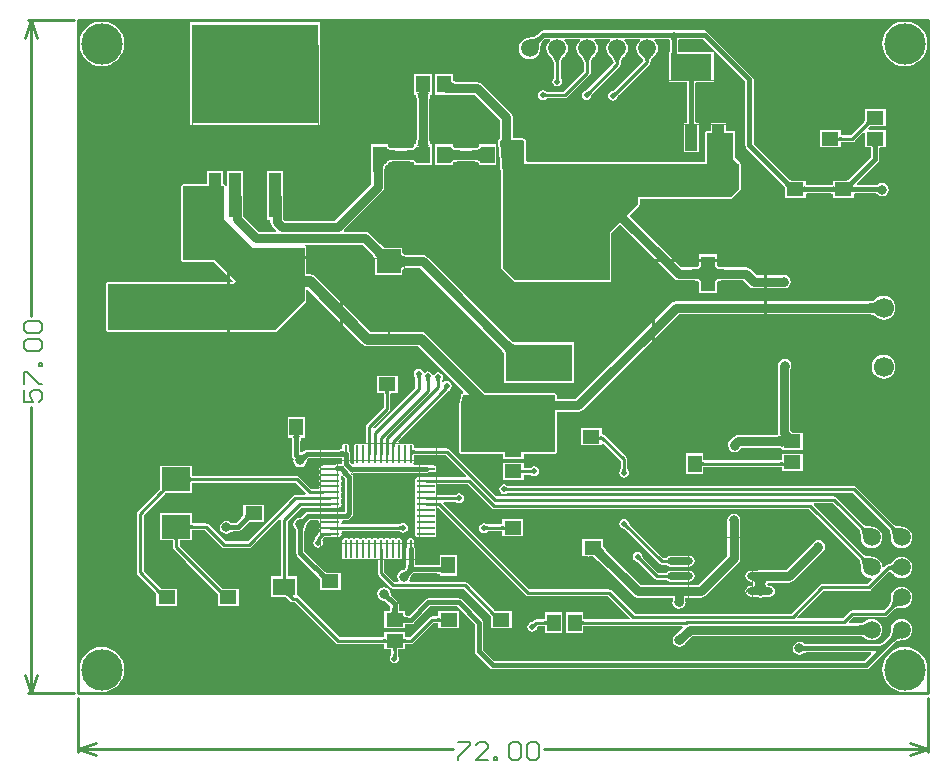
<source format=gtl>
G04*
G04 #@! TF.GenerationSoftware,Altium Limited,Altium Designer,20.0.13 (296)*
G04*
G04 Layer_Physical_Order=1*
G04 Layer_Color=255*
%FSLAX24Y24*%
%MOIN*%
G70*
G01*
G75*
%ADD17C,0.0100*%
%ADD19C,0.0039*%
%ADD20C,0.0060*%
%ADD21C,0.0020*%
%ADD22C,0.0080*%
%ADD23R,0.0579X0.0457*%
%ADD24R,0.0413X0.1496*%
%ADD25R,0.4193X0.3307*%
%ADD26R,0.1378X0.0866*%
%ADD27R,0.0394X0.0866*%
%ADD28R,0.0748X0.0583*%
%ADD29R,0.0457X0.0579*%
%ADD30R,0.0945X0.0787*%
%ADD31O,0.0610X0.0098*%
%ADD32O,0.0098X0.0610*%
%ADD33R,0.0472X0.1102*%
%ADD34R,0.0472X0.1181*%
%ADD35O,0.0866X0.0236*%
%ADD36R,0.2205X0.1220*%
%ADD37R,0.0787X0.0787*%
%ADD57C,0.0300*%
%ADD58C,0.0150*%
%ADD59C,0.0350*%
%ADD60C,0.0591*%
%ADD61C,0.0669*%
%ADD62C,0.1378*%
%ADD63C,0.0197*%
%ADD64C,0.0315*%
G36*
X28260Y22470D02*
X28315Y22470D01*
X28350Y22435D01*
X28350Y21776D01*
X28300Y21773D01*
X28297Y21800D01*
X28254Y21942D01*
X28185Y22072D01*
X28091Y22186D01*
X27977Y22279D01*
X27847Y22349D01*
X27706Y22392D01*
X27559Y22406D01*
X27412Y22392D01*
X27271Y22349D01*
X27141Y22279D01*
X27027Y22186D01*
X26933Y22072D01*
X26864Y21942D01*
X26821Y21800D01*
X26806Y21654D01*
X26821Y21507D01*
X26864Y21366D01*
X26933Y21235D01*
X27027Y21121D01*
X27141Y21028D01*
X27271Y20958D01*
X27412Y20915D01*
X27559Y20901D01*
X27706Y20915D01*
X27847Y20958D01*
X27977Y21028D01*
X28091Y21121D01*
X28185Y21235D01*
X28254Y21366D01*
X28297Y21507D01*
X28300Y21533D01*
X28350Y21530D01*
X28341Y963D01*
X28291Y956D01*
X28254Y1075D01*
X28185Y1206D01*
X28091Y1320D01*
X27977Y1413D01*
X27847Y1483D01*
X27706Y1526D01*
X27559Y1540D01*
X27412Y1526D01*
X27271Y1483D01*
X27141Y1413D01*
X27027Y1320D01*
X26933Y1206D01*
X26864Y1075D01*
X26821Y934D01*
X26806Y787D01*
X26821Y641D01*
X26864Y499D01*
X26933Y369D01*
X27027Y255D01*
X27141Y162D01*
X27271Y92D01*
X27412Y49D01*
X27406Y-0D01*
X940Y-0D01*
X934Y49D01*
X1075Y92D01*
X1206Y162D01*
X1320Y255D01*
X1413Y369D01*
X1483Y499D01*
X1526Y641D01*
X1540Y787D01*
X1526Y934D01*
X1483Y1075D01*
X1413Y1206D01*
X1320Y1320D01*
X1206Y1413D01*
X1075Y1483D01*
X934Y1526D01*
X787Y1540D01*
X641Y1526D01*
X499Y1483D01*
X369Y1413D01*
X255Y1320D01*
X162Y1206D01*
X92Y1075D01*
X49Y934D01*
X1Y942D01*
X19Y21434D01*
X69Y21441D01*
X92Y21366D01*
X162Y21235D01*
X255Y21121D01*
X369Y21028D01*
X499Y20958D01*
X641Y20915D01*
X787Y20901D01*
X934Y20915D01*
X1075Y20958D01*
X1206Y21028D01*
X1320Y21121D01*
X1413Y21235D01*
X1483Y21366D01*
X1526Y21507D01*
X1540Y21654D01*
X1526Y21800D01*
X1483Y21942D01*
X1413Y22072D01*
X1320Y22186D01*
X1206Y22279D01*
X1075Y22349D01*
X934Y22392D01*
X787Y22406D01*
X641Y22392D01*
X499Y22349D01*
X369Y22279D01*
X255Y22186D01*
X162Y22072D01*
X92Y21942D01*
X69Y21867D01*
X19Y21874D01*
X20Y22470D01*
X28260Y22470D01*
D02*
G37*
%LPC*%
G36*
X19883Y22094D02*
X19877Y22093D01*
X19863D01*
X19857Y22094D01*
X19856Y22093D01*
X15505D01*
X15453Y22082D01*
X15408Y22053D01*
X15408Y22053D01*
X15286Y21930D01*
X15281Y21929D01*
X15265Y21914D01*
X15250Y21904D01*
X15233Y21894D01*
X15214Y21885D01*
X15193Y21878D01*
X15170Y21871D01*
X15144Y21866D01*
X15117Y21863D01*
X15086Y21861D01*
X15052Y21860D01*
X15047Y21858D01*
X14957Y21846D01*
X14871Y21810D01*
X14797Y21753D01*
X14740Y21679D01*
X14704Y21593D01*
X14692Y21500D01*
X14704Y21407D01*
X14740Y21321D01*
X14797Y21247D01*
X14871Y21190D01*
X14957Y21154D01*
X15050Y21142D01*
X15143Y21154D01*
X15229Y21190D01*
X15303Y21247D01*
X15360Y21321D01*
X15396Y21407D01*
X15408Y21497D01*
X15410Y21502D01*
X15411Y21536D01*
X15413Y21567D01*
X15416Y21595D01*
X15421Y21620D01*
X15428Y21643D01*
X15435Y21664D01*
X15444Y21683D01*
X15454Y21700D01*
X15464Y21715D01*
X15479Y21731D01*
X15480Y21736D01*
X15562Y21818D01*
X15719D01*
X15736Y21768D01*
X15717Y21753D01*
X15660Y21679D01*
X15625Y21593D01*
X15612Y21500D01*
X15625Y21407D01*
X15660Y21321D01*
X15716Y21249D01*
X15718Y21244D01*
X15746Y21215D01*
X15793Y21161D01*
X15811Y21137D01*
X15826Y21114D01*
X15838Y21093D01*
X15846Y21075D01*
X15852Y21058D01*
X15855Y21044D01*
X15856Y21027D01*
X15858Y21022D01*
Y20543D01*
X15856Y20537D01*
X15855Y20518D01*
X15855Y20513D01*
X15854Y20508D01*
X15853Y20505D01*
X15852Y20503D01*
X15852Y20502D01*
X15851Y20501D01*
X15851Y20500D01*
X15851Y20499D01*
X15851Y20497D01*
X15850Y20496D01*
X15850Y20495D01*
X15821Y20452D01*
X15809Y20391D01*
X15821Y20329D01*
X15856Y20276D01*
X15909Y20241D01*
X15971Y20229D01*
X16032Y20241D01*
X16085Y20276D01*
X16120Y20329D01*
X16132Y20391D01*
X16120Y20452D01*
X16091Y20495D01*
X16091Y20496D01*
X16091Y20497D01*
X16091Y20499D01*
X16090Y20500D01*
X16090Y20501D01*
X16089Y20502D01*
X16089Y20503D01*
X16088Y20505D01*
X16088Y20508D01*
X16087Y20512D01*
X16086Y20527D01*
X16086Y20536D01*
X16083Y20542D01*
Y21022D01*
X16085Y21027D01*
X16087Y21044D01*
X16090Y21058D01*
X16095Y21075D01*
X16104Y21093D01*
X16115Y21114D01*
X16130Y21137D01*
X16148Y21161D01*
X16195Y21215D01*
X16224Y21244D01*
X16226Y21249D01*
X16281Y21321D01*
X16317Y21407D01*
X16329Y21500D01*
X16317Y21593D01*
X16281Y21679D01*
X16224Y21753D01*
X16205Y21768D01*
X16222Y21818D01*
X16719D01*
X16736Y21768D01*
X16717Y21753D01*
X16660Y21679D01*
X16624Y21593D01*
X16612Y21500D01*
X16624Y21407D01*
X16660Y21321D01*
X16716Y21249D01*
X16718Y21244D01*
X16746Y21215D01*
X16793Y21161D01*
X16811Y21137D01*
X16826Y21114D01*
X16838Y21093D01*
X16846Y21075D01*
X16852Y21058D01*
X16855Y21044D01*
X16856Y21027D01*
X16858Y21022D01*
Y20737D01*
X16174Y20052D01*
X15642D01*
X15636Y20055D01*
X15618Y20056D01*
X15612Y20056D01*
X15608Y20057D01*
X15604Y20058D01*
X15602Y20058D01*
X15602Y20058D01*
X15600Y20059D01*
X15600Y20059D01*
X15599Y20060D01*
X15596Y20060D01*
X15595Y20060D01*
X15595Y20060D01*
X15552Y20089D01*
X15490Y20102D01*
X15428Y20089D01*
X15376Y20054D01*
X15341Y20002D01*
X15328Y19940D01*
X15341Y19878D01*
X15376Y19826D01*
X15428Y19791D01*
X15490Y19778D01*
X15552Y19791D01*
X15595Y19820D01*
X15595Y19820D01*
X15596Y19820D01*
X15599Y19820D01*
X15600Y19821D01*
X15600Y19821D01*
X15602Y19822D01*
X15602Y19822D01*
X15604Y19822D01*
X15608Y19823D01*
X15612Y19824D01*
X15626Y19825D01*
X15635Y19825D01*
X15641Y19828D01*
X16220D01*
X16220Y19828D01*
X16263Y19836D01*
X16299Y19861D01*
X17050Y20611D01*
X17050Y20611D01*
X17074Y20648D01*
X17083Y20691D01*
X17083Y20691D01*
Y21022D01*
X17085Y21027D01*
X17087Y21044D01*
X17090Y21058D01*
X17095Y21075D01*
X17104Y21093D01*
X17115Y21114D01*
X17130Y21137D01*
X17148Y21161D01*
X17195Y21215D01*
X17224Y21244D01*
X17226Y21249D01*
X17281Y21321D01*
X17317Y21407D01*
X17329Y21500D01*
X17317Y21593D01*
X17281Y21679D01*
X17224Y21753D01*
X17205Y21768D01*
X17222Y21818D01*
X17719D01*
X17736Y21768D01*
X17717Y21753D01*
X17660Y21679D01*
X17624Y21593D01*
X17612Y21500D01*
X17624Y21407D01*
X17660Y21321D01*
X17716Y21249D01*
X17718Y21244D01*
X17746Y21215D01*
X17793Y21161D01*
X17811Y21137D01*
X17826Y21114D01*
X17838Y21093D01*
X17846Y21075D01*
X17852Y21058D01*
X17855Y21044D01*
X17856Y21027D01*
X17858Y21022D01*
Y21007D01*
X16978Y20127D01*
X16972Y20125D01*
X16959Y20112D01*
X16954Y20109D01*
X16951Y20106D01*
X16948Y20104D01*
X16946Y20103D01*
X16945Y20103D01*
X16944Y20102D01*
X16943Y20102D01*
X16942Y20102D01*
X16940Y20100D01*
X16939Y20100D01*
X16939Y20099D01*
X16888Y20089D01*
X16836Y20054D01*
X16801Y20002D01*
X16788Y19940D01*
X16801Y19878D01*
X16836Y19826D01*
X16888Y19791D01*
X16950Y19778D01*
X17012Y19791D01*
X17064Y19826D01*
X17099Y19878D01*
X17109Y19929D01*
X17110Y19929D01*
X17110Y19930D01*
X17112Y19932D01*
X17112Y19933D01*
X17112Y19934D01*
X17113Y19935D01*
X17113Y19936D01*
X17114Y19938D01*
X17116Y19941D01*
X17118Y19944D01*
X17128Y19955D01*
X17134Y19961D01*
X17136Y19968D01*
X18050Y20881D01*
X18050Y20881D01*
X18074Y20918D01*
X18083Y20961D01*
X18083Y20961D01*
Y21022D01*
X18085Y21027D01*
X18087Y21044D01*
X18090Y21058D01*
X18095Y21075D01*
X18104Y21093D01*
X18115Y21114D01*
X18130Y21137D01*
X18148Y21161D01*
X18195Y21215D01*
X18224Y21244D01*
X18226Y21249D01*
X18281Y21321D01*
X18317Y21407D01*
X18329Y21500D01*
X18317Y21593D01*
X18281Y21679D01*
X18224Y21753D01*
X18205Y21768D01*
X18222Y21818D01*
X18719D01*
X18736Y21768D01*
X18717Y21753D01*
X18660Y21679D01*
X18625Y21593D01*
X18612Y21500D01*
X18625Y21407D01*
X18660Y21321D01*
X18717Y21247D01*
X18742Y21228D01*
X18745Y21220D01*
X18748Y21218D01*
X18750Y21215D01*
X18773Y21197D01*
X18792Y21179D01*
X18808Y21162D01*
X18821Y21145D01*
X18832Y21129D01*
X18841Y21113D01*
X18848Y21097D01*
X18850Y21089D01*
X17858Y20097D01*
X17852Y20095D01*
X17839Y20082D01*
X17834Y20079D01*
X17831Y20076D01*
X17828Y20074D01*
X17826Y20073D01*
X17825Y20073D01*
X17824Y20072D01*
X17823Y20072D01*
X17822Y20072D01*
X17820Y20070D01*
X17819Y20070D01*
X17819Y20069D01*
X17768Y20059D01*
X17716Y20024D01*
X17681Y19972D01*
X17668Y19910D01*
X17681Y19848D01*
X17716Y19796D01*
X17768Y19761D01*
X17830Y19748D01*
X17892Y19761D01*
X17944Y19796D01*
X17979Y19848D01*
X17989Y19899D01*
X17990Y19899D01*
X17990Y19900D01*
X17992Y19902D01*
X17992Y19903D01*
X17992Y19904D01*
X17993Y19905D01*
X17993Y19906D01*
X17994Y19908D01*
X17996Y19911D01*
X17998Y19914D01*
X18008Y19925D01*
X18014Y19931D01*
X18016Y19938D01*
X19050Y20971D01*
X19050Y20971D01*
X19074Y21008D01*
X19080Y21035D01*
X19085Y21047D01*
X19087Y21066D01*
X19089Y21082D01*
X19094Y21097D01*
X19100Y21113D01*
X19109Y21129D01*
X19120Y21145D01*
X19133Y21162D01*
X19149Y21179D01*
X19168Y21197D01*
X19191Y21215D01*
X19193Y21218D01*
X19196Y21220D01*
X19200Y21228D01*
X19224Y21247D01*
X19281Y21321D01*
X19317Y21407D01*
X19329Y21500D01*
X19317Y21593D01*
X19281Y21679D01*
X19224Y21753D01*
X19205Y21768D01*
X19222Y21818D01*
X19631D01*
X19632Y21817D01*
X19637Y21818D01*
X19642Y21815D01*
X19666Y21814D01*
X19683Y21811D01*
X19696Y21807D01*
X19705Y21802D01*
X19711Y21797D01*
X19717Y21790D01*
X19722Y21781D01*
X19726Y21768D01*
X19729Y21751D01*
X19730Y21727D01*
X19732Y21722D01*
Y21470D01*
X19730Y21465D01*
X19728Y21413D01*
X19727Y21394D01*
X19724Y21379D01*
X19723Y21374D01*
X19691D01*
Y21322D01*
X19687Y21313D01*
X19690Y21307D01*
X19688Y21301D01*
X19691Y21297D01*
Y20388D01*
X20279D01*
X20283Y20386D01*
X20287Y20385D01*
X20288Y20383D01*
X20291Y20375D01*
X20295Y20363D01*
X20298Y20346D01*
X20299Y20324D01*
X20300Y20298D01*
X20302Y20292D01*
Y19108D01*
X20300Y19102D01*
X20299Y19076D01*
X20298Y19055D01*
X20295Y19038D01*
X20291Y19026D01*
X20288Y19018D01*
X20287Y19016D01*
X20283Y19015D01*
X20277Y19012D01*
X20183D01*
Y18026D01*
X20697D01*
Y19012D01*
X20603D01*
X20597Y19015D01*
X20593Y19016D01*
X20592Y19018D01*
X20589Y19026D01*
X20585Y19038D01*
X20582Y19055D01*
X20581Y19076D01*
X20580Y19102D01*
X20578Y19108D01*
Y20292D01*
X20580Y20298D01*
X20581Y20324D01*
X20582Y20346D01*
X20585Y20363D01*
X20589Y20375D01*
X20592Y20383D01*
X20593Y20385D01*
X20597Y20386D01*
X20601Y20388D01*
X21189D01*
Y21374D01*
X20033D01*
X20027Y21378D01*
X20023Y21378D01*
X20022Y21380D01*
X20019Y21388D01*
X20015Y21400D01*
X20012Y21417D01*
X20011Y21438D01*
X20010Y21465D01*
X20008Y21470D01*
Y21722D01*
X20010Y21727D01*
X20011Y21751D01*
X20014Y21768D01*
X20018Y21781D01*
X20023Y21790D01*
X20029Y21797D01*
X20035Y21802D01*
X20044Y21807D01*
X20057Y21811D01*
X20074Y21814D01*
X20098Y21815D01*
X20103Y21818D01*
X20108Y21817D01*
X20109Y21818D01*
X20828D01*
X22242Y20404D01*
Y18260D01*
X22252Y18208D01*
X22282Y18163D01*
X23456Y16989D01*
X23458Y16984D01*
X23512Y16926D01*
X23530Y16903D01*
X23545Y16882D01*
X23551Y16872D01*
Y16822D01*
X23548Y16816D01*
X23550Y16811D01*
X23549Y16806D01*
X23551Y16803D01*
Y16512D01*
X24249D01*
Y16638D01*
X24253Y16644D01*
X24253Y16648D01*
X24255Y16649D01*
X24263Y16652D01*
X24275Y16655D01*
X24292Y16658D01*
X24313Y16660D01*
X24340Y16661D01*
X24345Y16663D01*
X25055D01*
X25060Y16661D01*
X25087Y16660D01*
X25108Y16658D01*
X25125Y16655D01*
X25138Y16652D01*
X25146Y16649D01*
X25148Y16648D01*
X25148Y16644D01*
X25151Y16640D01*
Y16512D01*
X25849D01*
Y16638D01*
X25853Y16644D01*
X25853Y16648D01*
X25855Y16649D01*
X25863Y16652D01*
X25875Y16655D01*
X25892Y16658D01*
X25913Y16660D01*
X25940Y16661D01*
X25945Y16663D01*
X26563D01*
X26567Y16661D01*
X26568Y16662D01*
X26570Y16661D01*
X26585Y16661D01*
X26597Y16660D01*
X26608Y16658D01*
X26617Y16656D01*
X26624Y16654D01*
X26630Y16652D01*
X26635Y16650D01*
X26638Y16648D01*
X26640Y16647D01*
X26644Y16642D01*
X26648Y16640D01*
X26653Y16633D01*
X26725Y16585D01*
X26810Y16568D01*
X26895Y16585D01*
X26967Y16633D01*
X27015Y16705D01*
X27032Y16790D01*
X27015Y16875D01*
X26967Y16947D01*
X26895Y16995D01*
X26810Y17012D01*
X26725Y16995D01*
X26675Y16962D01*
X26665Y16959D01*
X26660Y16955D01*
X26657Y16953D01*
X26653Y16951D01*
X26648Y16949D01*
X26640Y16947D01*
X26632Y16945D01*
X26623Y16943D01*
X26597Y16941D01*
X26582Y16941D01*
X26577Y16938D01*
X25968D01*
X25952Y16964D01*
X25944Y16985D01*
X25944Y16989D01*
X26667Y17712D01*
X26697Y17757D01*
X26708Y17810D01*
Y18105D01*
X26710Y18110D01*
X26711Y18137D01*
X26712Y18158D01*
X26715Y18175D01*
X26719Y18188D01*
X26722Y18196D01*
X26723Y18198D01*
X26727Y18199D01*
X26731Y18201D01*
X26919D01*
Y18778D01*
X26358D01*
X26322Y18828D01*
X26327Y18845D01*
X26365Y18880D01*
X26379Y18891D01*
X26392Y18900D01*
X26395Y18902D01*
X26418D01*
X26425Y18899D01*
X26430Y18901D01*
X26435Y18900D01*
X26438Y18902D01*
X26919D01*
Y19478D01*
X26221D01*
Y19116D01*
X26219Y19113D01*
X26220Y19108D01*
X26218Y19103D01*
X26221Y19097D01*
Y19073D01*
X26219Y19071D01*
X26211Y19059D01*
X26183Y19026D01*
X26165Y19007D01*
X26165Y19007D01*
X26165Y19007D01*
X26164Y19007D01*
X26162Y19000D01*
X25764Y18602D01*
X25466D01*
X25460Y18605D01*
X25443Y18605D01*
X25430Y18606D01*
X25421Y18608D01*
X25419Y18608D01*
Y18778D01*
X24721D01*
Y18201D01*
X25419D01*
Y18372D01*
X25421Y18372D01*
X25430Y18374D01*
X25443Y18375D01*
X25460Y18375D01*
X25466Y18378D01*
X25810D01*
X25810Y18378D01*
X25853Y18386D01*
X25889Y18411D01*
X26174Y18696D01*
X26221Y18677D01*
Y18201D01*
X26409D01*
X26413Y18199D01*
X26417Y18198D01*
X26418Y18196D01*
X26421Y18188D01*
X26425Y18175D01*
X26428Y18158D01*
X26429Y18137D01*
X26430Y18110D01*
X26432Y18105D01*
Y17867D01*
X25749Y17183D01*
X25744Y17182D01*
X25686Y17128D01*
X25663Y17110D01*
X25643Y17096D01*
X25632Y17089D01*
X25585D01*
X25576Y17093D01*
X25571Y17091D01*
X25566Y17092D01*
X25561Y17089D01*
X25151D01*
Y16962D01*
X25148Y16958D01*
X25148Y16954D01*
X25146Y16953D01*
X25138Y16949D01*
X25125Y16946D01*
X25108Y16943D01*
X25087Y16941D01*
X25060Y16941D01*
X25055Y16938D01*
X24345D01*
X24340Y16941D01*
X24313Y16941D01*
X24292Y16943D01*
X24275Y16946D01*
X24263Y16949D01*
X24255Y16953D01*
X24253Y16954D01*
X24253Y16958D01*
X24249Y16964D01*
Y17089D01*
X23837D01*
X23834Y17091D01*
X23829Y17090D01*
X23824Y17092D01*
X23818Y17089D01*
X23768D01*
X23757Y17095D01*
X23738Y17109D01*
X23686Y17152D01*
X23657Y17181D01*
X23652Y17183D01*
X22517Y18317D01*
Y20461D01*
X22507Y20513D01*
X22477Y20558D01*
X20982Y22053D01*
X20937Y22082D01*
X20885Y22093D01*
X19884D01*
X19883Y22094D01*
D02*
G37*
G36*
X8056Y22364D02*
X3744D01*
Y18936D01*
X8056D01*
Y22364D01*
D02*
G37*
G36*
X13422Y18303D02*
X13413Y18299D01*
X13361D01*
Y18252D01*
X13358Y18246D01*
X13356Y18227D01*
X13353Y18220D01*
X13347Y18212D01*
X13337Y18203D01*
X13320Y18194D01*
X13295Y18184D01*
X13263Y18176D01*
X13223Y18170D01*
X13176Y18166D01*
X13121Y18165D01*
X13119Y18164D01*
X12731D01*
X12729Y18165D01*
X12674Y18166D01*
X12627Y18170D01*
X12587Y18176D01*
X12555Y18184D01*
X12530Y18194D01*
X12513Y18203D01*
X12503Y18212D01*
X12497Y18220D01*
X12494Y18227D01*
X12492Y18246D01*
X12489Y18252D01*
Y18299D01*
X12437D01*
X12428Y18303D01*
X12424Y18302D01*
X12420Y18303D01*
X12414Y18299D01*
X11912D01*
Y17601D01*
X12414D01*
X12420Y17597D01*
X12424Y17598D01*
X12428Y17597D01*
X12437Y17601D01*
X12489D01*
Y17648D01*
X12492Y17654D01*
X12494Y17673D01*
X12497Y17680D01*
X12503Y17688D01*
X12513Y17697D01*
X12530Y17706D01*
X12555Y17716D01*
X12587Y17724D01*
X12627Y17730D01*
X12674Y17734D01*
X12729Y17735D01*
X12731Y17736D01*
X13119D01*
X13121Y17735D01*
X13176Y17734D01*
X13223Y17730D01*
X13263Y17724D01*
X13295Y17716D01*
X13320Y17706D01*
X13337Y17697D01*
X13347Y17688D01*
X13353Y17680D01*
X13356Y17673D01*
X13358Y17654D01*
X13361Y17648D01*
Y17601D01*
X13413D01*
X13422Y17597D01*
X13426Y17598D01*
X13430Y17597D01*
X13436Y17601D01*
X13938D01*
Y18299D01*
X13436D01*
X13430Y18303D01*
X13426Y18302D01*
X13422Y18303D01*
D02*
G37*
G36*
X11788Y20649D02*
X11212D01*
Y20028D01*
X11209Y20025D01*
X11211Y20018D01*
X11208Y20012D01*
X11212Y20003D01*
Y19951D01*
X11256D01*
X11257Y19950D01*
X11262Y19940D01*
X11268Y19920D01*
X11273Y19894D01*
X11284Y19766D01*
X11285Y19711D01*
X11286Y19709D01*
Y18541D01*
X11285Y18539D01*
X11284Y18484D01*
X11278Y18392D01*
X11273Y18357D01*
X11268Y18330D01*
X11261Y18310D01*
X11256Y18300D01*
X11256Y18299D01*
X11211D01*
Y18252D01*
X11208Y18246D01*
X11206Y18227D01*
X11203Y18220D01*
X11197Y18212D01*
X11187Y18203D01*
X11170Y18194D01*
X11145Y18184D01*
X11113Y18176D01*
X11073Y18170D01*
X11026Y18166D01*
X10971Y18165D01*
X10969Y18164D01*
X10581D01*
X10579Y18165D01*
X10524Y18166D01*
X10477Y18170D01*
X10437Y18176D01*
X10404Y18184D01*
X10380Y18194D01*
X10363Y18203D01*
X10352Y18212D01*
X10347Y18220D01*
X10344Y18227D01*
X10342Y18246D01*
X10338Y18252D01*
Y18299D01*
X10286D01*
X10277Y18303D01*
X10274Y18302D01*
X10270Y18303D01*
X10264Y18299D01*
X9762D01*
Y17671D01*
X9758Y17662D01*
X9760Y17658D01*
X9758Y17654D01*
X9762Y17648D01*
Y17601D01*
X9766D01*
X9778Y17416D01*
X9778Y17362D01*
X9779Y17360D01*
Y16968D01*
X8565Y15754D01*
X6890D01*
X6840Y15804D01*
Y16538D01*
X6836Y16559D01*
Y17403D01*
X6303D01*
Y15787D01*
X6412D01*
Y15716D01*
X6428Y15634D01*
X6475Y15564D01*
X6605Y15434D01*
X6584Y15384D01*
X6019D01*
X5502Y15901D01*
Y16538D01*
X5497Y16559D01*
Y17403D01*
X4964D01*
Y16902D01*
X4915Y16900D01*
X4896Y16946D01*
X4850Y16965D01*
X4828D01*
Y17403D01*
X4295D01*
Y16965D01*
X3500Y16965D01*
X3454Y16946D01*
X3435Y16900D01*
Y14450D01*
X3454Y14404D01*
X3500Y14385D01*
X4523D01*
X5157Y13751D01*
X5123Y13715D01*
X1000D01*
X954Y13696D01*
X935Y13650D01*
Y12100D01*
X954Y12054D01*
X1000Y12035D01*
X6550Y12035D01*
X6596Y12054D01*
X7596Y13054D01*
X7615Y13100D01*
Y13432D01*
X7665Y13453D01*
X9476Y11642D01*
X9476Y11642D01*
X9554Y11590D01*
X9646Y11571D01*
X11318D01*
X12848Y10041D01*
X12829Y9995D01*
X12816D01*
X12797Y9987D01*
X12777Y9982D01*
X12774Y9978D01*
X12770Y9976D01*
X12762Y9957D01*
X12751Y9939D01*
X12716Y9689D01*
X12717Y9684D01*
X12715Y9680D01*
X12715Y8030D01*
X12734Y7984D01*
X12780Y7965D01*
X14151D01*
Y7812D01*
X14849D01*
Y7965D01*
X15890D01*
X15936Y7984D01*
X15955Y8030D01*
X15955Y9386D01*
X16680D01*
X16762Y9402D01*
X16831Y9449D01*
X20019Y12636D01*
X26347D01*
X26348Y12635D01*
X26381Y12634D01*
X26411Y12632D01*
X26438Y12628D01*
X26462Y12623D01*
X26484Y12617D01*
X26504Y12610D01*
X26522Y12601D01*
X26538Y12592D01*
X26552Y12582D01*
X26567Y12568D01*
X26571Y12566D01*
X26651Y12505D01*
X26747Y12466D01*
X26850Y12452D01*
X26953Y12466D01*
X27049Y12505D01*
X27131Y12569D01*
X27195Y12651D01*
X27234Y12747D01*
X27248Y12850D01*
X27234Y12953D01*
X27195Y13049D01*
X27131Y13131D01*
X27049Y13195D01*
X26953Y13234D01*
X26850Y13248D01*
X26747Y13234D01*
X26651Y13195D01*
X26571Y13134D01*
X26567Y13132D01*
X26552Y13118D01*
X26538Y13108D01*
X26522Y13099D01*
X26504Y13090D01*
X26484Y13083D01*
X26462Y13077D01*
X26438Y13072D01*
X26411Y13068D01*
X26381Y13066D01*
X26348Y13065D01*
X26347Y13064D01*
X19930D01*
X19848Y13048D01*
X19779Y13001D01*
X16591Y9814D01*
X15955D01*
Y9930D01*
X15936Y9976D01*
X15890Y9995D01*
X13572Y9995D01*
X11587Y11980D01*
X11509Y12032D01*
X11417Y12051D01*
X11417Y12051D01*
X9745D01*
X7896Y13899D01*
X7818Y13951D01*
X7727Y13970D01*
X7727Y13970D01*
X7615D01*
X7615Y14850D01*
X7596Y14896D01*
X7572Y14906D01*
X7582Y14956D01*
X9489D01*
X9697Y14747D01*
X9698Y14746D01*
X9806Y14629D01*
X9846Y14579D01*
X9877Y14535D01*
X9896Y14501D01*
Y14375D01*
X9893Y14366D01*
X9895Y14361D01*
X9893Y14356D01*
X9896Y14351D01*
Y13944D01*
X10804D01*
Y14087D01*
X10806Y14091D01*
X10808Y14111D01*
X10812Y14122D01*
X10818Y14131D01*
X10829Y14141D01*
X10846Y14152D01*
X10870Y14162D01*
X10903Y14170D01*
X10942Y14177D01*
X10989Y14181D01*
X11044Y14182D01*
X11046Y14183D01*
X11400D01*
X13993Y11590D01*
X13993Y11588D01*
X14102Y11471D01*
X14142Y11422D01*
X14173Y11377D01*
X14192Y11344D01*
Y11217D01*
X14188Y11208D01*
X14190Y11203D01*
X14189Y11198D01*
X14192Y11193D01*
Y10353D01*
X16517D01*
Y11694D01*
X14692D01*
X14688Y11697D01*
X14682Y11696D01*
X14677Y11698D01*
X14668Y11694D01*
X14542D01*
X14509Y11713D01*
X14465Y11744D01*
X14358Y11834D01*
X14298Y11892D01*
X14296Y11892D01*
X11640Y14549D01*
X11570Y14595D01*
X11488Y14612D01*
X11046D01*
X11044Y14612D01*
X10989Y14614D01*
X10942Y14618D01*
X10903Y14624D01*
X10870Y14633D01*
X10846Y14643D01*
X10829Y14654D01*
X10818Y14663D01*
X10812Y14673D01*
X10808Y14683D01*
X10806Y14704D01*
X10804Y14708D01*
Y14851D01*
X10397D01*
X10392Y14854D01*
X10387Y14853D01*
X10382Y14855D01*
X10373Y14851D01*
X10246D01*
X10213Y14870D01*
X10169Y14901D01*
X10063Y14991D01*
X10003Y15049D01*
X10001Y15050D01*
X9729Y15321D01*
X9659Y15368D01*
X9577Y15384D01*
X8871D01*
X8851Y15434D01*
X10145Y16728D01*
X10191Y16798D01*
X10207Y16880D01*
Y17358D01*
X10208Y17360D01*
X10210Y17416D01*
X10213Y17462D01*
X10219Y17502D01*
X10227Y17535D01*
X10236Y17560D01*
X10245Y17577D01*
X10254Y17587D01*
X10261Y17593D01*
X10268Y17595D01*
X10285Y17597D01*
X10291Y17601D01*
X10338D01*
Y17648D01*
X10342Y17654D01*
X10344Y17673D01*
X10347Y17680D01*
X10352Y17688D01*
X10363Y17697D01*
X10380Y17706D01*
X10404Y17716D01*
X10437Y17724D01*
X10477Y17730D01*
X10524Y17734D01*
X10579Y17735D01*
X10581Y17736D01*
X10969D01*
X10971Y17735D01*
X11026Y17734D01*
X11073Y17730D01*
X11113Y17724D01*
X11145Y17716D01*
X11170Y17706D01*
X11187Y17697D01*
X11197Y17688D01*
X11203Y17680D01*
X11206Y17673D01*
X11208Y17654D01*
X11211Y17648D01*
Y17601D01*
X11263D01*
X11272Y17597D01*
X11276Y17598D01*
X11280Y17597D01*
X11286Y17601D01*
X11788D01*
Y18222D01*
X11790Y18225D01*
X11789Y18232D01*
X11792Y18238D01*
X11788Y18247D01*
Y18299D01*
X11743D01*
X11743Y18300D01*
X11738Y18310D01*
X11732Y18330D01*
X11726Y18356D01*
X11715Y18484D01*
X11715Y18539D01*
X11714Y18541D01*
Y19709D01*
X11715Y19711D01*
X11715Y19766D01*
X11721Y19858D01*
X11726Y19893D01*
X11732Y19920D01*
X11738Y19940D01*
X11743Y19950D01*
X11744Y19951D01*
X11788D01*
Y20003D01*
X11792Y20012D01*
X11789Y20018D01*
X11791Y20025D01*
X11788Y20028D01*
Y20649D01*
D02*
G37*
G36*
X12489D02*
X11912D01*
Y19951D01*
X12258D01*
X12279Y19947D01*
X12520D01*
X12728Y19946D01*
X12728Y19946D01*
X12728Y19946D01*
X12730Y19947D01*
X13215D01*
X14058Y19104D01*
Y18540D01*
X14057Y18538D01*
X14057Y18538D01*
X14057Y18538D01*
X14057Y18478D01*
X14051Y18476D01*
X14051Y18474D01*
X14049Y18474D01*
X14015Y18437D01*
X14015Y18435D01*
X14013Y18435D01*
X14007Y18412D01*
X13999Y18390D01*
X13999Y18389D01*
X13999Y18387D01*
X14062Y17696D01*
Y17601D01*
X14071D01*
X14102Y17265D01*
X14104Y17261D01*
X14103Y17257D01*
X14108Y17249D01*
X14108Y14173D01*
X14127Y14127D01*
X14521Y13734D01*
X14567Y13715D01*
X17717D01*
X17762Y13734D01*
X17781Y13780D01*
X17781Y15327D01*
X18076Y15622D01*
X19866Y13831D01*
X19936Y13784D01*
X20018Y13768D01*
X20461D01*
X20463Y13767D01*
X20518Y13766D01*
X20565Y13762D01*
X20604Y13755D01*
X20636Y13747D01*
X20661Y13737D01*
X20678Y13726D01*
X20688Y13716D01*
X20694Y13707D01*
X20698Y13696D01*
X20700Y13675D01*
X20704Y13669D01*
Y13332D01*
X21296D01*
Y13671D01*
X21298Y13675D01*
X21301Y13696D01*
X21304Y13707D01*
X21311Y13716D01*
X21321Y13726D01*
X21338Y13737D01*
X21363Y13747D01*
X21395Y13755D01*
X21435Y13762D01*
X21481Y13766D01*
X21537Y13767D01*
X21539Y13768D01*
X22176D01*
X22375Y13569D01*
X22445Y13522D01*
X22527Y13506D01*
X23502D01*
X23540Y13498D01*
X23625Y13515D01*
X23697Y13563D01*
X23745Y13635D01*
X23762Y13720D01*
X23745Y13805D01*
X23697Y13877D01*
X23625Y13925D01*
X23540Y13942D01*
X23502Y13934D01*
X22615D01*
X22416Y14134D01*
X22346Y14180D01*
X22264Y14196D01*
X21539D01*
X21537Y14197D01*
X21481Y14199D01*
X21435Y14203D01*
X21395Y14209D01*
X21363Y14218D01*
X21338Y14228D01*
X21321Y14238D01*
X21311Y14248D01*
X21304Y14258D01*
X21301Y14268D01*
X21298Y14289D01*
X21296Y14293D01*
Y14633D01*
X20704D01*
Y14295D01*
X20700Y14289D01*
X20698Y14268D01*
X20694Y14258D01*
X20688Y14248D01*
X20678Y14238D01*
X20661Y14228D01*
X20636Y14218D01*
X20604Y14209D01*
X20565Y14203D01*
X20518Y14199D01*
X20463Y14197D01*
X20461Y14196D01*
X20106D01*
X18378Y15924D01*
X18706Y16252D01*
X18725Y16298D01*
Y16485D01*
X21736D01*
X21760Y16475D01*
X21806Y16494D01*
X22066Y16754D01*
X22085Y16800D01*
Y17640D01*
X22066Y17686D01*
X22057Y17690D01*
X22053Y17699D01*
X21905Y17847D01*
Y18690D01*
X21886Y18736D01*
X21840Y18755D01*
X21602D01*
Y19012D01*
X21089D01*
Y18755D01*
X20990D01*
X20944Y18736D01*
X20934Y18726D01*
X20915Y18680D01*
Y17705D01*
X18684D01*
X18660Y17715D01*
X14965Y17715D01*
X14926Y17765D01*
X14944Y18392D01*
X14944Y18393D01*
X14944Y18393D01*
X14935Y18416D01*
X14926Y18439D01*
X14926Y18439D01*
X14926Y18439D01*
X14891Y18475D01*
X14890Y18475D01*
X14890Y18476D01*
X14868Y18485D01*
X14845Y18495D01*
X14845Y18495D01*
X14844Y18495D01*
X14488D01*
X14487Y18540D01*
X14486Y18542D01*
Y19193D01*
X14470Y19274D01*
X14423Y19344D01*
X13455Y20312D01*
X13386Y20358D01*
X13304Y20375D01*
X12731D01*
X12730Y20376D01*
X12674Y20377D01*
X12628Y20381D01*
X12588Y20388D01*
X12556Y20396D01*
X12532Y20406D01*
X12514Y20417D01*
X12504Y20427D01*
X12497Y20436D01*
X12494Y20447D01*
X12491Y20468D01*
X12489Y20472D01*
Y20649D01*
D02*
G37*
G36*
X26850Y11280D02*
X26747Y11266D01*
X26651Y11226D01*
X26569Y11163D01*
X26505Y11081D01*
X26466Y10985D01*
X26452Y10882D01*
X26466Y10778D01*
X26505Y10682D01*
X26569Y10600D01*
X26651Y10537D01*
X26747Y10497D01*
X26850Y10483D01*
X26953Y10497D01*
X27049Y10537D01*
X27131Y10600D01*
X27195Y10682D01*
X27234Y10778D01*
X27248Y10882D01*
X27234Y10985D01*
X27195Y11081D01*
X27131Y11163D01*
X27049Y11226D01*
X26953Y11266D01*
X26850Y11280D01*
D02*
G37*
G36*
X11350Y10812D02*
X11288Y10799D01*
X11236Y10764D01*
X11201Y10712D01*
X11188Y10650D01*
X11201Y10588D01*
X11230Y10545D01*
X11230Y10545D01*
X11230Y10544D01*
X11230Y10541D01*
X11231Y10540D01*
X11231Y10540D01*
X11232Y10538D01*
X11232Y10538D01*
X11232Y10536D01*
X11233Y10532D01*
X11234Y10528D01*
X11235Y10514D01*
X11235Y10505D01*
X11238Y10499D01*
Y10172D01*
X9902Y8836D01*
X9847Y8852D01*
X9845Y8864D01*
X10379Y9398D01*
X10379Y9398D01*
X10404Y9435D01*
X10412Y9478D01*
Y9964D01*
X10415Y9970D01*
X10415Y9988D01*
X10416Y10000D01*
X10418Y10010D01*
X10418Y10011D01*
X10649D01*
Y10588D01*
X9951D01*
Y10011D01*
X10182D01*
X10182Y10010D01*
X10184Y10000D01*
X10185Y9988D01*
X10185Y9970D01*
X10188Y9964D01*
Y9524D01*
X9625Y8962D01*
X9601Y8925D01*
X9593Y8882D01*
X9593Y8882D01*
Y8375D01*
X9569Y8357D01*
X9543Y8345D01*
X9508Y8352D01*
X9465Y8343D01*
X9429Y8319D01*
X9390D01*
X9354Y8343D01*
X9311Y8352D01*
X9268Y8343D01*
X9232Y8319D01*
X9208Y8283D01*
X9200Y8241D01*
Y7729D01*
X9208Y7686D01*
X9213Y7679D01*
X9190Y7634D01*
X9148Y7629D01*
X9068Y7709D01*
Y7972D01*
X9057Y8025D01*
X9029Y8067D01*
Y8241D01*
X9020Y8283D01*
X8996Y8319D01*
X8960Y8343D01*
X8917Y8352D01*
X8875Y8343D01*
X8839Y8319D01*
X8814Y8283D01*
X8806Y8241D01*
Y8143D01*
X8805Y8141D01*
X8805Y8138D01*
X8803Y8137D01*
X8794Y8133D01*
X8782Y8130D01*
X8765Y8127D01*
X8743Y8125D01*
X8717Y8125D01*
X8712Y8122D01*
X7625D01*
X7572Y8112D01*
X7527Y8082D01*
X7527Y8082D01*
X7472Y8027D01*
X7467Y8025D01*
X7463Y8021D01*
X7438Y8026D01*
X7415Y8040D01*
X7413Y8043D01*
Y8415D01*
X7415Y8420D01*
X7416Y8447D01*
X7417Y8468D01*
X7420Y8485D01*
X7424Y8498D01*
X7427Y8506D01*
X7428Y8508D01*
X7432Y8508D01*
X7436Y8511D01*
X7563D01*
Y9209D01*
X6987D01*
Y8511D01*
X7114D01*
X7118Y8508D01*
X7122Y8508D01*
X7123Y8506D01*
X7126Y8498D01*
X7130Y8485D01*
X7133Y8468D01*
X7134Y8447D01*
X7135Y8420D01*
X7137Y8415D01*
Y7930D01*
X7148Y7877D01*
X7178Y7832D01*
X7190Y7820D01*
X7178Y7760D01*
X7195Y7675D01*
X7243Y7603D01*
X7315Y7555D01*
X7400Y7538D01*
X7485Y7555D01*
X7557Y7603D01*
X7605Y7675D01*
X7621Y7755D01*
X7622Y7758D01*
X7623Y7764D01*
X7623Y7767D01*
X7624Y7771D01*
X7626Y7776D01*
X7629Y7783D01*
X7634Y7790D01*
X7639Y7797D01*
X7655Y7816D01*
X7665Y7827D01*
X7667Y7832D01*
X7682Y7847D01*
X8712D01*
X8717Y7845D01*
X8743Y7844D01*
X8765Y7842D01*
X8782Y7839D01*
X8792Y7837D01*
Y7677D01*
X8764Y7641D01*
X8745Y7633D01*
X8620D01*
X8568Y7622D01*
X8526Y7594D01*
X8159D01*
X8117Y7586D01*
X8081Y7561D01*
X8057Y7525D01*
X8048Y7483D01*
X8057Y7440D01*
X8071Y7418D01*
X8077Y7384D01*
X8071Y7350D01*
X8057Y7328D01*
X8048Y7286D01*
X8057Y7243D01*
X8071Y7221D01*
X8077Y7187D01*
X8071Y7153D01*
X8057Y7132D01*
X8048Y7089D01*
X8057Y7046D01*
X8071Y7025D01*
X8077Y6991D01*
X8071Y6957D01*
X8057Y6935D01*
X8048Y6892D01*
X8055Y6857D01*
X8047Y6837D01*
X8025Y6807D01*
X7771D01*
X7363Y7214D01*
X7327Y7238D01*
X7284Y7247D01*
X7284Y7247D01*
X3851D01*
X3845Y7249D01*
X3828Y7250D01*
X3815Y7251D01*
X3805Y7253D01*
X3804Y7253D01*
Y7578D01*
X2740D01*
Y6863D01*
X2737Y6857D01*
X2739Y6852D01*
X2738Y6846D01*
X2740Y6843D01*
Y6824D01*
X2732Y6813D01*
X2703Y6779D01*
X2683Y6759D01*
X2681Y6752D01*
X2678Y6749D01*
X2674Y6746D01*
X2674Y6745D01*
X2669Y6740D01*
X2669Y6740D01*
X1995Y6066D01*
X1971Y6030D01*
X1962Y5987D01*
X1962Y5987D01*
Y4025D01*
X1962Y4025D01*
X1971Y3982D01*
X1995Y3946D01*
X2538Y3402D01*
X2539Y3398D01*
X2542Y3396D01*
X2544Y3393D01*
X2580Y3354D01*
X2592Y3340D01*
X2600Y3327D01*
X2601Y3327D01*
Y3305D01*
X2598Y3300D01*
X2600Y3295D01*
X2598Y3290D01*
X2601Y3285D01*
Y2912D01*
X3299D01*
Y3489D01*
X2829D01*
X2827Y3490D01*
X2822Y3489D01*
X2817Y3491D01*
X2810Y3489D01*
X2784D01*
X2779Y3492D01*
X2768Y3499D01*
X2735Y3527D01*
X2717Y3545D01*
X2710Y3548D01*
X2186Y4071D01*
Y5940D01*
X2827Y6582D01*
X2827Y6582D01*
X2858Y6612D01*
X2864Y6614D01*
X2900Y6648D01*
X2914Y6659D01*
X2926Y6667D01*
X2933Y6671D01*
X2962D01*
X2970Y6669D01*
X2973Y6671D01*
X2979D01*
X2979Y6671D01*
X2979Y6671D01*
X3804D01*
Y7016D01*
X3805Y7016D01*
X3815Y7018D01*
X3828Y7019D01*
X3845Y7020D01*
X3851Y7022D01*
X7238D01*
X7600Y6661D01*
X7579Y6611D01*
X7248D01*
X7248Y6611D01*
X7206Y6602D01*
X7169Y6578D01*
X5654Y5062D01*
X4916D01*
X4349Y5629D01*
X4313Y5654D01*
X4270Y5662D01*
X4270Y5662D01*
X3851D01*
X3845Y5665D01*
X3828Y5665D01*
X3815Y5666D01*
X3805Y5668D01*
X3804Y5668D01*
Y6004D01*
X2740D01*
Y5096D01*
X3154D01*
X3154Y5095D01*
X3156Y5086D01*
X3157Y5073D01*
X3157Y5056D01*
X3160Y5050D01*
Y4868D01*
X3160Y4868D01*
X3168Y4825D01*
X3193Y4789D01*
X3589Y4392D01*
X3591Y4390D01*
X4591Y3390D01*
X4594Y3383D01*
X4629Y3345D01*
X4640Y3331D01*
X4649Y3319D01*
X4651Y3316D01*
Y3292D01*
X4648Y3286D01*
X4650Y3281D01*
X4649Y3276D01*
X4651Y3273D01*
Y2912D01*
X5349D01*
Y3489D01*
X4866D01*
X4864Y3490D01*
X4858Y3489D01*
X4853Y3491D01*
X4847Y3489D01*
X4823D01*
X4821Y3490D01*
X4809Y3498D01*
X4776Y3526D01*
X4757Y3545D01*
X4750Y3548D01*
X3751Y4547D01*
X3749Y4549D01*
X3384Y4914D01*
Y5050D01*
X3387Y5056D01*
X3387Y5073D01*
X3389Y5086D01*
X3390Y5095D01*
X3390Y5096D01*
X3804D01*
Y5432D01*
X3805Y5432D01*
X3815Y5434D01*
X3828Y5435D01*
X3845Y5435D01*
X3851Y5438D01*
X4224D01*
X4791Y4871D01*
X4791Y4871D01*
X4827Y4846D01*
X4870Y4838D01*
X4870Y4838D01*
X5700D01*
X5700Y4838D01*
X5743Y4846D01*
X5779Y4871D01*
X6724Y5815D01*
X6770Y5791D01*
X6768Y5780D01*
X6768Y5780D01*
Y3948D01*
X6765Y3942D01*
X6765Y3925D01*
X6764Y3912D01*
X6762Y3902D01*
X6762Y3901D01*
X6446D01*
Y3199D01*
X6895D01*
X6903Y3195D01*
X6914Y3194D01*
X6922Y3193D01*
X6930Y3191D01*
X6939Y3188D01*
X6948Y3184D01*
X6958Y3179D01*
X6968Y3172D01*
X6979Y3164D01*
X6990Y3154D01*
X7003Y3142D01*
X7009Y3140D01*
X7072Y3077D01*
X7072Y3077D01*
X7108Y3052D01*
X7151Y3044D01*
X7227D01*
X8601Y1671D01*
X8601Y1671D01*
X8637Y1646D01*
X8680Y1638D01*
X10154D01*
X10160Y1635D01*
X10177Y1635D01*
X10190Y1634D01*
X10199Y1632D01*
X10201Y1632D01*
Y1461D01*
X10432D01*
X10432Y1460D01*
X10434Y1450D01*
X10435Y1438D01*
X10435Y1420D01*
X10438Y1414D01*
Y1311D01*
X10435Y1305D01*
X10435Y1305D01*
X10435Y1304D01*
X10434Y1286D01*
X10434Y1281D01*
X10433Y1276D01*
X10432Y1273D01*
X10432Y1272D01*
X10431Y1271D01*
X10431Y1270D01*
X10430Y1269D01*
X10430Y1268D01*
X10396Y1217D01*
X10383Y1155D01*
X10396Y1093D01*
X10431Y1041D01*
X10483Y1006D01*
X10545Y993D01*
X10607Y1006D01*
X10659Y1041D01*
X10694Y1093D01*
X10707Y1155D01*
X10694Y1217D01*
X10671Y1251D01*
X10670Y1255D01*
X10670Y1257D01*
X10670Y1258D01*
X10670Y1259D01*
X10670Y1260D01*
X10669Y1261D01*
X10668Y1262D01*
X10668Y1265D01*
X10667Y1268D01*
X10666Y1273D01*
X10665Y1288D01*
X10665Y1297D01*
X10662Y1303D01*
Y1414D01*
X10665Y1420D01*
X10665Y1438D01*
X10666Y1450D01*
X10668Y1460D01*
X10668Y1461D01*
X10899D01*
Y1631D01*
X10900Y1631D01*
X10910Y1633D01*
X10923Y1634D01*
X10940Y1634D01*
X10946Y1637D01*
X11099D01*
X11099Y1637D01*
X11142Y1646D01*
X11179Y1670D01*
X11846Y2338D01*
X11954D01*
X11960Y2335D01*
X11977Y2335D01*
X11990Y2334D01*
X11999Y2332D01*
X12001Y2332D01*
Y2162D01*
X12699D01*
Y2738D01*
X12001D01*
Y2568D01*
X11999Y2568D01*
X11990Y2566D01*
X11977Y2565D01*
X11960Y2565D01*
X11954Y2562D01*
X11800D01*
X11800Y2562D01*
X11757Y2554D01*
X11721Y2529D01*
X11721Y2529D01*
X11053Y1861D01*
X10946D01*
X10940Y1864D01*
X10923Y1865D01*
X10910Y1866D01*
X10900Y1867D01*
X10899Y1868D01*
Y2038D01*
X10201D01*
Y1868D01*
X10199Y1868D01*
X10190Y1866D01*
X10177Y1865D01*
X10160Y1865D01*
X10154Y1862D01*
X8726D01*
X7353Y3235D01*
X7317Y3260D01*
X7314Y3260D01*
Y3901D01*
X6998D01*
X6998Y3902D01*
X6996Y3912D01*
X6995Y3925D01*
X6995Y3942D01*
X6992Y3948D01*
Y5734D01*
X7448Y6189D01*
X8415D01*
X8419Y6190D01*
X8671D01*
X8714Y6199D01*
X8750Y6223D01*
X8774Y6259D01*
X8783Y6302D01*
X8774Y6344D01*
X8760Y6366D01*
X8754Y6400D01*
X8760Y6434D01*
X8774Y6456D01*
X8783Y6498D01*
X8774Y6541D01*
X8760Y6563D01*
X8754Y6597D01*
X8760Y6631D01*
X8774Y6653D01*
X8783Y6695D01*
X8774Y6738D01*
X8760Y6760D01*
X8754Y6794D01*
X8760Y6828D01*
X8774Y6850D01*
X8783Y6892D01*
X8774Y6935D01*
X8760Y6957D01*
X8754Y6991D01*
X8760Y7025D01*
X8774Y7046D01*
X8783Y7089D01*
X8774Y7132D01*
X8760Y7153D01*
X8754Y7187D01*
X8760Y7221D01*
X8762Y7225D01*
X8820Y7238D01*
X8902Y7156D01*
Y6053D01*
X8895Y6046D01*
X7678D01*
X7625Y6035D01*
X7581Y6005D01*
X7472Y5897D01*
X7467Y5895D01*
X7456Y5884D01*
X7446Y5876D01*
X7438Y5869D01*
X7430Y5864D01*
X7423Y5859D01*
X7416Y5856D01*
X7411Y5854D01*
X7407Y5853D01*
X7404Y5853D01*
X7398Y5852D01*
X7395Y5851D01*
X7315Y5835D01*
X7243Y5787D01*
X7195Y5715D01*
X7178Y5630D01*
X7195Y5545D01*
X7243Y5473D01*
X7250Y5469D01*
X7252Y5464D01*
X7256Y5460D01*
X7257Y5458D01*
X7259Y5455D01*
X7261Y5451D01*
X7264Y5445D01*
X7266Y5437D01*
X7267Y5429D01*
X7270Y5405D01*
X7270Y5391D01*
X7271Y5389D01*
X7270Y5387D01*
X7272Y5383D01*
Y4669D01*
X7283Y4616D01*
X7313Y4572D01*
X7966Y3918D01*
X7968Y3913D01*
X8022Y3855D01*
X8040Y3832D01*
X8054Y3812D01*
X8061Y3801D01*
Y3754D01*
X8057Y3745D01*
X8059Y3740D01*
X8058Y3735D01*
X8061Y3730D01*
Y3442D01*
X8759D01*
Y4018D01*
X8349D01*
X8344Y4021D01*
X8339Y4020D01*
X8334Y4022D01*
X8325Y4018D01*
X8278D01*
X8267Y4025D01*
X8247Y4038D01*
X8196Y4082D01*
X8167Y4110D01*
X8162Y4112D01*
X7548Y4726D01*
Y5395D01*
X7550Y5400D01*
X7551Y5431D01*
X7552Y5441D01*
X7554Y5451D01*
X7556Y5460D01*
X7558Y5467D01*
X7560Y5472D01*
X7562Y5477D01*
X7564Y5479D01*
X7568Y5484D01*
X7571Y5494D01*
X7605Y5545D01*
X7621Y5625D01*
X7622Y5628D01*
X7623Y5634D01*
X7623Y5637D01*
X7624Y5641D01*
X7626Y5646D01*
X7629Y5653D01*
X7634Y5660D01*
X7639Y5667D01*
X7655Y5686D01*
X7665Y5697D01*
X7667Y5702D01*
X7735Y5770D01*
X8012D01*
X8050Y5720D01*
X8048Y5711D01*
X8057Y5668D01*
X8071Y5647D01*
X8077Y5613D01*
X8071Y5579D01*
X8057Y5557D01*
X8048Y5514D01*
X8057Y5472D01*
X8071Y5450D01*
X8077Y5418D01*
X8069Y5383D01*
X8055Y5370D01*
X8010Y5329D01*
X8007Y5322D01*
X7921Y5236D01*
X7896Y5199D01*
X7888Y5156D01*
X7888Y5156D01*
Y5136D01*
X7886Y5134D01*
X7851Y5082D01*
X7838Y5020D01*
X7851Y4958D01*
X7886Y4906D01*
X7938Y4871D01*
X8000Y4858D01*
X8062Y4871D01*
X8114Y4906D01*
X8149Y4958D01*
X8162Y5020D01*
X8149Y5082D01*
X8138Y5098D01*
X8144Y5123D01*
X8157Y5151D01*
X8174Y5168D01*
X8190Y5181D01*
X8203Y5191D01*
X8215Y5199D01*
X8224Y5205D01*
X8225Y5205D01*
X8415D01*
X8419Y5206D01*
X8671D01*
X8714Y5214D01*
X8750Y5239D01*
X8774Y5275D01*
X8783Y5317D01*
X8776Y5352D01*
X8788Y5378D01*
X8806Y5402D01*
X10685D01*
X10691Y5399D01*
X10691Y5399D01*
X10691Y5399D01*
X10710Y5399D01*
X10715Y5398D01*
X10719Y5397D01*
X10722Y5397D01*
X10724Y5396D01*
X10725Y5395D01*
X10726Y5395D01*
X10727Y5394D01*
X10728Y5394D01*
X10778Y5361D01*
X10840Y5348D01*
X10902Y5361D01*
X10954Y5396D01*
X10989Y5448D01*
X11002Y5510D01*
X10989Y5572D01*
X10954Y5624D01*
X10902Y5659D01*
X10840Y5672D01*
X10778Y5659D01*
X10743Y5635D01*
X10739Y5635D01*
X10738Y5634D01*
X10736Y5634D01*
X10735Y5634D01*
X10734Y5634D01*
X10733Y5633D01*
X10732Y5632D01*
X10730Y5632D01*
X10726Y5631D01*
X10721Y5630D01*
X10706Y5629D01*
X10698Y5629D01*
X10691Y5626D01*
X8806D01*
X8788Y5650D01*
X8776Y5676D01*
X8783Y5711D01*
X8781Y5720D01*
X8819Y5770D01*
X8952D01*
X9005Y5781D01*
X9049Y5811D01*
X9137Y5898D01*
X9167Y5943D01*
X9178Y5996D01*
Y7213D01*
X9178Y7213D01*
X9167Y7266D01*
X9148Y7295D01*
X9168Y7343D01*
X9170Y7345D01*
X11585D01*
X11637Y7356D01*
X11661Y7371D01*
X11841D01*
X11883Y7380D01*
X11919Y7404D01*
X11943Y7440D01*
X11952Y7483D01*
X11943Y7525D01*
X11919Y7561D01*
X11883Y7586D01*
X11841Y7594D01*
X11661D01*
X11637Y7610D01*
X11585Y7620D01*
X11200D01*
X11175Y7670D01*
X11186Y7686D01*
X11194Y7729D01*
Y7932D01*
X11203Y7934D01*
X11216Y7935D01*
X11233Y7935D01*
X11240Y7938D01*
X12254D01*
X12944Y7247D01*
X12925Y7201D01*
X11585D01*
X11581Y7200D01*
X11329D01*
X11286Y7192D01*
X11250Y7168D01*
X11226Y7132D01*
X11217Y7089D01*
X11226Y7046D01*
X11240Y7025D01*
X11246Y6991D01*
X11240Y6957D01*
X11226Y6935D01*
X11217Y6892D01*
X11226Y6850D01*
X11240Y6828D01*
X11246Y6794D01*
X11240Y6760D01*
X11226Y6738D01*
X11217Y6695D01*
X11226Y6653D01*
X11240Y6631D01*
X11246Y6597D01*
X11240Y6563D01*
X11226Y6541D01*
X11217Y6498D01*
X11226Y6456D01*
X11240Y6434D01*
X11246Y6400D01*
X11240Y6366D01*
X11226Y6344D01*
X11217Y6302D01*
X11226Y6259D01*
X11240Y6237D01*
X11246Y6203D01*
X11240Y6169D01*
X11226Y6147D01*
X11217Y6105D01*
X11226Y6062D01*
X11240Y6040D01*
X11246Y6006D01*
X11240Y5972D01*
X11226Y5950D01*
X11217Y5908D01*
X11226Y5865D01*
X11240Y5843D01*
X11246Y5809D01*
X11240Y5775D01*
X11226Y5754D01*
X11217Y5711D01*
X11226Y5668D01*
X11240Y5647D01*
X11246Y5613D01*
X11240Y5579D01*
X11226Y5557D01*
X11217Y5514D01*
X11226Y5472D01*
X11240Y5450D01*
X11246Y5416D01*
X11240Y5382D01*
X11226Y5360D01*
X11217Y5317D01*
X11226Y5275D01*
X11250Y5239D01*
X11286Y5214D01*
X11329Y5206D01*
X11841D01*
X11883Y5214D01*
X11919Y5239D01*
X11943Y5275D01*
X11952Y5317D01*
X11943Y5360D01*
X11929Y5382D01*
X11923Y5416D01*
X11929Y5450D01*
X11943Y5472D01*
X11952Y5514D01*
X11943Y5557D01*
X11929Y5579D01*
X11923Y5613D01*
X11929Y5647D01*
X11943Y5668D01*
X11952Y5711D01*
X11943Y5754D01*
X11929Y5775D01*
X11923Y5809D01*
X11929Y5843D01*
X11943Y5865D01*
X11952Y5908D01*
X11943Y5950D01*
X11929Y5972D01*
X11923Y6006D01*
X11929Y6040D01*
X11943Y6062D01*
X11952Y6105D01*
X11948Y6125D01*
X11980Y6170D01*
X12019Y6173D01*
X14921Y3271D01*
X14921Y3271D01*
X14957Y3246D01*
X15000Y3238D01*
X17659D01*
X18388Y2508D01*
X18369Y2462D01*
X16886D01*
X16880Y2465D01*
X16862Y2465D01*
X16850Y2466D01*
X16840Y2468D01*
X16839Y2468D01*
Y2699D01*
X16262D01*
Y2001D01*
X16839D01*
Y2232D01*
X16840Y2232D01*
X16850Y2234D01*
X16862Y2235D01*
X16880Y2235D01*
X16886Y2238D01*
X20140D01*
X20159Y2192D01*
X19916Y1949D01*
X19883Y1927D01*
X19835Y1855D01*
X19818Y1770D01*
X19835Y1685D01*
X19883Y1613D01*
X19955Y1565D01*
X20040Y1548D01*
X20125Y1565D01*
X20197Y1613D01*
X20219Y1646D01*
X20479Y1907D01*
X26014D01*
X26016Y1906D01*
X26076Y1904D01*
X26099Y1901D01*
X26121Y1898D01*
X26140Y1894D01*
X26156Y1889D01*
X26169Y1884D01*
X26180Y1878D01*
X26187Y1873D01*
X26196Y1865D01*
X26202Y1863D01*
X26271Y1810D01*
X26357Y1775D01*
X26450Y1762D01*
X26543Y1775D01*
X26629Y1810D01*
X26703Y1867D01*
X26760Y1941D01*
X26796Y2028D01*
X26808Y2121D01*
X26796Y2213D01*
X26760Y2300D01*
X26703Y2374D01*
X26629Y2431D01*
X26543Y2467D01*
X26450Y2479D01*
X26357Y2467D01*
X26271Y2431D01*
X26202Y2378D01*
X26196Y2376D01*
X26187Y2368D01*
X26180Y2363D01*
X26169Y2358D01*
X26156Y2352D01*
X26140Y2348D01*
X26121Y2344D01*
X26100Y2340D01*
X26047Y2336D01*
X26017Y2336D01*
X26015Y2335D01*
X25709D01*
X25690Y2381D01*
X25846Y2538D01*
X26900D01*
X26900Y2538D01*
X26943Y2546D01*
X26979Y2571D01*
X27191Y2783D01*
X27197Y2784D01*
X27210Y2795D01*
X27222Y2803D01*
X27237Y2811D01*
X27257Y2818D01*
X27280Y2825D01*
X27306Y2830D01*
X27335Y2835D01*
X27407Y2840D01*
X27448Y2840D01*
X27453Y2842D01*
X27543Y2854D01*
X27629Y2890D01*
X27703Y2947D01*
X27760Y3021D01*
X27796Y3107D01*
X27808Y3200D01*
X27796Y3293D01*
X27760Y3379D01*
X27703Y3453D01*
X27629Y3510D01*
X27543Y3546D01*
X27450Y3558D01*
X27357Y3546D01*
X27271Y3510D01*
X27197Y3453D01*
X27140Y3379D01*
X27104Y3293D01*
X27092Y3203D01*
X27090Y3198D01*
X27090Y3157D01*
X27085Y3085D01*
X27080Y3056D01*
X27075Y3030D01*
X27068Y3007D01*
X27061Y2987D01*
X27053Y2972D01*
X27045Y2960D01*
X27034Y2947D01*
X27033Y2941D01*
X26854Y2762D01*
X25800D01*
X25800Y2762D01*
X25757Y2754D01*
X25721Y2729D01*
X25721Y2729D01*
X25484Y2493D01*
X23995D01*
X23976Y2539D01*
X24851Y3414D01*
X26349D01*
X26349Y3414D01*
X26392Y3422D01*
X26428Y3447D01*
X27043Y4062D01*
X27054Y4059D01*
X27070Y4053D01*
X27087Y4044D01*
X27104Y4034D01*
X27121Y4021D01*
X27138Y4006D01*
X27156Y3988D01*
X27176Y3967D01*
X27179Y3965D01*
X27181Y3961D01*
X27187Y3959D01*
X27197Y3947D01*
X27271Y3890D01*
X27357Y3854D01*
X27450Y3842D01*
X27543Y3854D01*
X27629Y3890D01*
X27703Y3947D01*
X27760Y4021D01*
X27796Y4107D01*
X27808Y4200D01*
X27796Y4293D01*
X27760Y4379D01*
X27703Y4453D01*
X27629Y4510D01*
X27543Y4546D01*
X27450Y4558D01*
X27357Y4546D01*
X27271Y4510D01*
X27197Y4453D01*
X27161Y4407D01*
X27153Y4403D01*
X27152Y4400D01*
X27149Y4398D01*
X27133Y4375D01*
X27119Y4357D01*
X27104Y4341D01*
X27090Y4329D01*
X27076Y4318D01*
X27062Y4310D01*
X27048Y4304D01*
X27034Y4300D01*
X27020Y4297D01*
X27001Y4296D01*
X26989Y4291D01*
X26962Y4285D01*
X26925Y4261D01*
X26925Y4261D01*
X26853Y4189D01*
X26807Y4213D01*
X26796Y4293D01*
X26760Y4379D01*
X26703Y4453D01*
X26629Y4510D01*
X26543Y4546D01*
X26453Y4558D01*
X26448Y4560D01*
X26407Y4561D01*
X26335Y4565D01*
X26306Y4570D01*
X26280Y4575D01*
X26257Y4582D01*
X26237Y4589D01*
X26222Y4597D01*
X26210Y4605D01*
X26197Y4616D01*
X26191Y4617D01*
X24521Y6288D01*
X24541Y6338D01*
X25154D01*
X26033Y5459D01*
X26034Y5453D01*
X26045Y5440D01*
X26053Y5428D01*
X26061Y5413D01*
X26068Y5393D01*
X26075Y5370D01*
X26080Y5344D01*
X26085Y5315D01*
X26089Y5243D01*
X26090Y5202D01*
X26092Y5197D01*
X26104Y5107D01*
X26140Y5021D01*
X26197Y4947D01*
X26271Y4890D01*
X26357Y4854D01*
X26450Y4842D01*
X26543Y4854D01*
X26629Y4890D01*
X26703Y4947D01*
X26760Y5021D01*
X26796Y5107D01*
X26808Y5200D01*
X26796Y5293D01*
X26760Y5379D01*
X26703Y5453D01*
X26629Y5510D01*
X26543Y5546D01*
X26453Y5558D01*
X26448Y5560D01*
X26407Y5561D01*
X26335Y5565D01*
X26306Y5570D01*
X26280Y5575D01*
X26257Y5582D01*
X26237Y5589D01*
X26222Y5597D01*
X26210Y5605D01*
X26197Y5616D01*
X26191Y5617D01*
X25279Y6529D01*
X25243Y6554D01*
X25200Y6562D01*
X25200Y6562D01*
X13946D01*
X12379Y8129D01*
X12343Y8154D01*
X12300Y8162D01*
X12300Y8162D01*
X11240D01*
X11233Y8165D01*
X11216Y8165D01*
X11203Y8166D01*
X11194Y8168D01*
Y8241D01*
X11186Y8283D01*
X11161Y8319D01*
X11125Y8343D01*
X11083Y8352D01*
X11040Y8343D01*
X11004Y8319D01*
X10965D01*
X10928Y8343D01*
X10886Y8352D01*
X10843Y8343D01*
X10821Y8329D01*
X10787Y8323D01*
X10753Y8329D01*
X10732Y8343D01*
X10691Y8352D01*
X10685Y8360D01*
X10667Y8399D01*
X12299Y10031D01*
X12307Y10034D01*
X12342Y10073D01*
X12351Y10082D01*
X12353Y10086D01*
X12383Y10119D01*
X12384Y10122D01*
X12404Y10136D01*
X12439Y10188D01*
X12452Y10250D01*
X12439Y10312D01*
X12404Y10364D01*
X12352Y10399D01*
X12290Y10412D01*
X12228Y10399D01*
X12176Y10364D01*
X12123Y10375D01*
X12115Y10384D01*
X12116Y10402D01*
X12116Y10408D01*
X12117Y10412D01*
X12118Y10416D01*
X12118Y10418D01*
X12118Y10418D01*
X12119Y10420D01*
X12119Y10420D01*
X12120Y10421D01*
X12120Y10424D01*
X12120Y10425D01*
X12120Y10425D01*
X12149Y10468D01*
X12162Y10530D01*
X12149Y10592D01*
X12114Y10644D01*
X12062Y10679D01*
X12000Y10692D01*
X11938Y10679D01*
X11886Y10644D01*
X11858Y10603D01*
X11812Y10607D01*
X11806Y10608D01*
X11803Y10626D01*
X11768Y10679D01*
X11715Y10714D01*
X11654Y10726D01*
X11592Y10714D01*
X11555Y10689D01*
X11508Y10702D01*
X11500Y10708D01*
X11499Y10712D01*
X11464Y10764D01*
X11412Y10799D01*
X11350Y10812D01*
D02*
G37*
G36*
X23560Y11142D02*
X23475Y11125D01*
X23403Y11077D01*
X23381Y11044D01*
X23379Y11041D01*
X23332Y10972D01*
X23316Y10890D01*
Y8671D01*
X23318Y8658D01*
X23288Y8618D01*
X23266Y8616D01*
X23211Y8616D01*
X23209Y8615D01*
X22001D01*
X21919Y8599D01*
X21849Y8552D01*
X21729Y8431D01*
X21682Y8362D01*
X21666Y8280D01*
X21670Y8258D01*
X21668Y8247D01*
X21685Y8162D01*
X21733Y8090D01*
X21805Y8042D01*
X21890Y8025D01*
X21975Y8042D01*
X22046Y8090D01*
X22095Y8162D01*
X22099Y8187D01*
X23209D01*
X23211Y8186D01*
X23266Y8185D01*
X23358Y8179D01*
X23393Y8174D01*
X23420Y8169D01*
X23440Y8162D01*
X23450Y8158D01*
X23451Y8157D01*
Y8112D01*
X23503D01*
X23512Y8109D01*
X23518Y8111D01*
X23525Y8110D01*
X23528Y8112D01*
X24149D01*
Y8689D01*
X23814D01*
X23812Y8692D01*
X23744Y8759D01*
Y10804D01*
X23765Y10835D01*
X23782Y10920D01*
X23765Y11005D01*
X23717Y11077D01*
X23645Y11125D01*
X23560Y11142D01*
D02*
G37*
G36*
X20838Y7999D02*
X20262D01*
Y7301D01*
X20838D01*
Y7532D01*
X20839Y7532D01*
X20849Y7534D01*
X20862Y7535D01*
X20879Y7535D01*
X20885Y7538D01*
X23404D01*
X23410Y7535D01*
X23427Y7535D01*
X23440Y7534D01*
X23449Y7532D01*
X23451Y7532D01*
Y7412D01*
X24149D01*
Y7988D01*
X23451D01*
Y7768D01*
X23449Y7768D01*
X23440Y7766D01*
X23427Y7765D01*
X23410Y7765D01*
X23404Y7762D01*
X20885D01*
X20879Y7765D01*
X20862Y7765D01*
X20849Y7766D01*
X20839Y7768D01*
X20838Y7768D01*
Y7999D01*
D02*
G37*
G36*
X14849Y7688D02*
X14151D01*
Y7111D01*
X14849D01*
Y7281D01*
X14850Y7281D01*
X14860Y7283D01*
X14873Y7284D01*
X14890Y7284D01*
X14896Y7287D01*
X15057D01*
X15063Y7284D01*
X15081Y7284D01*
X15087Y7283D01*
X15092Y7282D01*
X15095Y7282D01*
X15097Y7281D01*
X15097Y7281D01*
X15099Y7280D01*
X15100Y7280D01*
X15100Y7279D01*
X15103Y7279D01*
X15104Y7279D01*
X15104Y7279D01*
X15147Y7250D01*
X15209Y7238D01*
X15271Y7250D01*
X15323Y7285D01*
X15358Y7337D01*
X15371Y7399D01*
X15358Y7461D01*
X15323Y7513D01*
X15271Y7548D01*
X15209Y7561D01*
X15147Y7548D01*
X15104Y7520D01*
X15104Y7520D01*
X15103Y7519D01*
X15100Y7519D01*
X15100Y7519D01*
X15099Y7518D01*
X15097Y7518D01*
X15097Y7517D01*
X15095Y7517D01*
X15092Y7516D01*
X15088Y7515D01*
X15073Y7514D01*
X15064Y7514D01*
X15058Y7511D01*
X14896D01*
X14890Y7514D01*
X14873Y7515D01*
X14860Y7516D01*
X14850Y7517D01*
X14849Y7518D01*
Y7688D01*
D02*
G37*
G36*
X17449Y8839D02*
X16751D01*
Y8262D01*
X17449D01*
Y8327D01*
X17496Y8346D01*
X18088Y7754D01*
Y7502D01*
X18085Y7496D01*
X18084Y7478D01*
X18084Y7472D01*
X18083Y7468D01*
X18082Y7464D01*
X18082Y7462D01*
X18082Y7462D01*
X18081Y7460D01*
X18081Y7460D01*
X18080Y7459D01*
X18080Y7456D01*
X18080Y7455D01*
X18080Y7455D01*
X18051Y7412D01*
X18038Y7350D01*
X18051Y7288D01*
X18086Y7236D01*
X18138Y7201D01*
X18200Y7188D01*
X18262Y7201D01*
X18314Y7236D01*
X18349Y7288D01*
X18362Y7350D01*
X18349Y7412D01*
X18320Y7455D01*
X18320Y7455D01*
X18320Y7456D01*
X18320Y7459D01*
X18319Y7460D01*
X18319Y7460D01*
X18318Y7462D01*
X18318Y7462D01*
X18318Y7464D01*
X18317Y7468D01*
X18316Y7472D01*
X18315Y7486D01*
X18315Y7495D01*
X18312Y7501D01*
Y7800D01*
X18312Y7800D01*
X18304Y7843D01*
X18279Y7879D01*
X18279Y7879D01*
X17560Y8599D01*
X17524Y8623D01*
X17495Y8629D01*
X17482Y8634D01*
X17466Y8635D01*
X17454Y8635D01*
X17449Y8636D01*
Y8839D01*
D02*
G37*
G36*
X6199Y6288D02*
X5501D01*
Y6000D01*
X5498Y5995D01*
X5499Y5990D01*
X5497Y5985D01*
X5501Y5976D01*
Y5929D01*
X5494Y5918D01*
X5481Y5898D01*
X5437Y5847D01*
X5409Y5818D01*
X5407Y5812D01*
X5262Y5668D01*
X5180D01*
X5174Y5670D01*
X5159Y5670D01*
X5147Y5671D01*
X5136Y5672D01*
X5126Y5674D01*
X5118Y5676D01*
X5112Y5678D01*
X5107Y5681D01*
X5103Y5683D01*
X5101Y5684D01*
X5096Y5688D01*
X5092Y5690D01*
X5025Y5735D01*
X4940Y5752D01*
X4855Y5735D01*
X4783Y5687D01*
X4735Y5615D01*
X4718Y5530D01*
X4735Y5445D01*
X4783Y5373D01*
X4855Y5325D01*
X4940Y5308D01*
X5025Y5325D01*
X5092Y5370D01*
X5096Y5372D01*
X5101Y5376D01*
X5103Y5377D01*
X5107Y5379D01*
X5112Y5382D01*
X5118Y5384D01*
X5126Y5386D01*
X5135Y5387D01*
X5160Y5390D01*
X5174Y5390D01*
X5180Y5392D01*
X5319D01*
X5372Y5403D01*
X5417Y5433D01*
X5601Y5617D01*
X5606Y5619D01*
X5664Y5672D01*
X5687Y5691D01*
X5707Y5705D01*
X5718Y5711D01*
X5765D01*
X5774Y5708D01*
X5779Y5710D01*
X5784Y5708D01*
X5789Y5711D01*
X6199D01*
Y6288D01*
D02*
G37*
G36*
X14200Y6962D02*
X14138Y6949D01*
X14086Y6914D01*
X14051Y6862D01*
X14038Y6800D01*
X14051Y6738D01*
X14086Y6686D01*
X14138Y6651D01*
X14200Y6638D01*
X14262Y6651D01*
X14305Y6680D01*
X14305Y6680D01*
X14306Y6680D01*
X14309Y6680D01*
X14310Y6681D01*
X14310Y6681D01*
X14312Y6682D01*
X14312Y6682D01*
X14314Y6682D01*
X14318Y6683D01*
X14322Y6684D01*
X14336Y6685D01*
X14345Y6685D01*
X14351Y6688D01*
X25804D01*
X27033Y5459D01*
X27034Y5453D01*
X27045Y5440D01*
X27053Y5428D01*
X27061Y5413D01*
X27068Y5393D01*
X27075Y5370D01*
X27080Y5344D01*
X27085Y5315D01*
X27090Y5243D01*
X27090Y5202D01*
X27092Y5197D01*
X27104Y5107D01*
X27140Y5021D01*
X27197Y4947D01*
X27271Y4890D01*
X27357Y4854D01*
X27450Y4842D01*
X27543Y4854D01*
X27629Y4890D01*
X27703Y4947D01*
X27760Y5021D01*
X27796Y5107D01*
X27808Y5200D01*
X27796Y5293D01*
X27760Y5379D01*
X27703Y5453D01*
X27629Y5510D01*
X27543Y5546D01*
X27453Y5558D01*
X27448Y5560D01*
X27407Y5561D01*
X27335Y5565D01*
X27306Y5570D01*
X27280Y5575D01*
X27257Y5582D01*
X27237Y5589D01*
X27222Y5597D01*
X27210Y5605D01*
X27197Y5616D01*
X27191Y5617D01*
X25929Y6879D01*
X25893Y6904D01*
X25850Y6912D01*
X25850Y6912D01*
X14352D01*
X14346Y6915D01*
X14328Y6916D01*
X14322Y6916D01*
X14318Y6917D01*
X14314Y6918D01*
X14312Y6918D01*
X14312Y6918D01*
X14310Y6919D01*
X14310Y6919D01*
X14309Y6920D01*
X14306Y6920D01*
X14305Y6920D01*
X14305Y6920D01*
X14262Y6949D01*
X14200Y6962D01*
D02*
G37*
G36*
X11083Y5183D02*
X11040Y5174D01*
X11004Y5150D01*
X10980Y5114D01*
X10971Y5071D01*
Y4892D01*
X10956Y4868D01*
X10945Y4815D01*
Y4301D01*
X10943Y4296D01*
X10942Y4269D01*
X10939Y4245D01*
X10935Y4222D01*
X10929Y4201D01*
X10921Y4180D01*
X10912Y4159D01*
X10901Y4140D01*
X10890Y4123D01*
X10883Y4119D01*
X10876Y4116D01*
X10871Y4114D01*
X10867Y4113D01*
X10864Y4113D01*
X10858Y4112D01*
X10855Y4111D01*
X10775Y4095D01*
X10703Y4047D01*
X10655Y3975D01*
X10638Y3890D01*
X10655Y3805D01*
X10684Y3762D01*
X10657Y3712D01*
X10546D01*
X10211Y4048D01*
Y4425D01*
X10234Y4443D01*
X10261Y4455D01*
X10295Y4448D01*
X10338Y4457D01*
X10360Y4471D01*
X10394Y4477D01*
X10428Y4471D01*
X10450Y4457D01*
X10492Y4448D01*
X10535Y4457D01*
X10557Y4471D01*
X10591Y4477D01*
X10625Y4471D01*
X10646Y4457D01*
X10689Y4448D01*
X10732Y4457D01*
X10768Y4481D01*
X10792Y4517D01*
X10800Y4559D01*
Y5071D01*
X10792Y5114D01*
X10768Y5150D01*
X10732Y5174D01*
X10689Y5183D01*
X10646Y5174D01*
X10625Y5160D01*
X10591Y5154D01*
X10557Y5160D01*
X10535Y5174D01*
X10492Y5183D01*
X10450Y5174D01*
X10428Y5160D01*
X10394Y5154D01*
X10360Y5160D01*
X10338Y5174D01*
X10295Y5183D01*
X10253Y5174D01*
X10231Y5160D01*
X10197Y5154D01*
X10163Y5160D01*
X10141Y5174D01*
X10098Y5183D01*
X10056Y5174D01*
X10034Y5160D01*
X10000Y5154D01*
X9966Y5160D01*
X9944Y5174D01*
X9902Y5183D01*
X9859Y5174D01*
X9837Y5160D01*
X9803Y5154D01*
X9769Y5160D01*
X9747Y5174D01*
X9705Y5183D01*
X9662Y5174D01*
X9640Y5160D01*
X9606Y5154D01*
X9572Y5160D01*
X9550Y5174D01*
X9508Y5183D01*
X9465Y5174D01*
X9429Y5150D01*
X9390D01*
X9354Y5174D01*
X9311Y5183D01*
X9268Y5174D01*
X9247Y5160D01*
X9213Y5154D01*
X9179Y5160D01*
X9157Y5174D01*
X9114Y5183D01*
X9072Y5174D01*
X9050Y5160D01*
X9016Y5154D01*
X8982Y5160D01*
X8960Y5174D01*
X8917Y5183D01*
X8875Y5174D01*
X8839Y5150D01*
X8814Y5114D01*
X8806Y5071D01*
Y4559D01*
X8814Y4517D01*
X8839Y4481D01*
X8875Y4457D01*
X8917Y4448D01*
X8960Y4457D01*
X8982Y4471D01*
X9016Y4477D01*
X9050Y4471D01*
X9072Y4457D01*
X9114Y4448D01*
X9157Y4457D01*
X9179Y4471D01*
X9213Y4477D01*
X9247Y4471D01*
X9268Y4457D01*
X9311Y4448D01*
X9354Y4457D01*
X9390Y4481D01*
X9429D01*
X9465Y4457D01*
X9508Y4448D01*
X9550Y4457D01*
X9572Y4471D01*
X9606Y4477D01*
X9640Y4471D01*
X9662Y4457D01*
X9705Y4448D01*
X9747Y4457D01*
X9769Y4471D01*
X9803Y4477D01*
X9837Y4471D01*
X9859Y4457D01*
X9902Y4448D01*
X9936Y4455D01*
X9963Y4443D01*
X9986Y4425D01*
Y4002D01*
X9986Y4002D01*
X9995Y3959D01*
X10019Y3922D01*
X10421Y3521D01*
X10421Y3521D01*
X10457Y3496D01*
X10500Y3488D01*
X12843D01*
X13691Y2639D01*
X13694Y2633D01*
X13729Y2595D01*
X13740Y2581D01*
X13749Y2568D01*
X13751Y2566D01*
Y2542D01*
X13748Y2536D01*
X13750Y2531D01*
X13749Y2525D01*
X13751Y2523D01*
Y2162D01*
X14449D01*
Y2738D01*
X13966D01*
X13964Y2740D01*
X13958Y2739D01*
X13953Y2741D01*
X13947Y2738D01*
X13923D01*
X13921Y2740D01*
X13909Y2748D01*
X13876Y2776D01*
X13857Y2795D01*
X13850Y2797D01*
X12968Y3679D01*
X12932Y3704D01*
X12889Y3712D01*
X12889Y3712D01*
X11063D01*
X11036Y3762D01*
X11065Y3805D01*
X11081Y3885D01*
X11082Y3888D01*
X11083Y3894D01*
X11083Y3897D01*
X11084Y3901D01*
X11086Y3907D01*
X11089Y3913D01*
X11094Y3920D01*
X11099Y3927D01*
X11115Y3946D01*
X11125Y3957D01*
X11127Y3962D01*
X11157Y3992D01*
X11955D01*
X11960Y3990D01*
X11987Y3989D01*
X12008Y3988D01*
X12025Y3985D01*
X12038Y3981D01*
X12046Y3978D01*
X12047Y3977D01*
X12047Y3975D01*
X12051Y3969D01*
Y3921D01*
X12103D01*
X12112Y3917D01*
X12115Y3918D01*
X12119Y3917D01*
X12125Y3921D01*
X12628D01*
Y4619D01*
X12051D01*
Y4291D01*
X12049Y4287D01*
X12048Y4283D01*
X12046Y4282D01*
X12038Y4279D01*
X12025Y4275D01*
X12008Y4272D01*
X11987Y4271D01*
X11960Y4270D01*
X11955Y4268D01*
X11220D01*
Y4815D01*
X11210Y4868D01*
X11194Y4892D01*
Y5071D01*
X11186Y5114D01*
X11161Y5150D01*
X11125Y5174D01*
X11083Y5183D01*
D02*
G37*
G36*
X16138Y2699D02*
X15562D01*
Y2468D01*
X15561Y2468D01*
X15551Y2466D01*
X15538Y2465D01*
X15521Y2465D01*
X15515Y2462D01*
X15280D01*
X15280Y2462D01*
X15237Y2454D01*
X15201Y2429D01*
X15201Y2429D01*
X15168Y2397D01*
X15162Y2395D01*
X15149Y2382D01*
X15144Y2379D01*
X15141Y2376D01*
X15138Y2374D01*
X15136Y2373D01*
X15135Y2373D01*
X15134Y2372D01*
X15133Y2372D01*
X15132Y2372D01*
X15130Y2370D01*
X15129Y2370D01*
X15129Y2369D01*
X15078Y2359D01*
X15026Y2324D01*
X14991Y2272D01*
X14978Y2210D01*
X14991Y2148D01*
X15026Y2096D01*
X15078Y2061D01*
X15140Y2048D01*
X15202Y2061D01*
X15254Y2096D01*
X15289Y2148D01*
X15299Y2199D01*
X15300Y2199D01*
X15300Y2200D01*
X15302Y2202D01*
X15302Y2203D01*
X15302Y2204D01*
X15303Y2205D01*
X15303Y2206D01*
X15304Y2208D01*
X15306Y2211D01*
X15308Y2214D01*
X15318Y2225D01*
X15324Y2231D01*
X15326Y2238D01*
X15326Y2238D01*
X15515D01*
X15521Y2235D01*
X15538Y2235D01*
X15551Y2234D01*
X15561Y2232D01*
X15562Y2232D01*
Y2001D01*
X16138D01*
Y2699D01*
D02*
G37*
G36*
X10200Y3532D02*
X10115Y3515D01*
X10043Y3467D01*
X9995Y3395D01*
X9978Y3310D01*
X9995Y3225D01*
X10043Y3153D01*
X10115Y3105D01*
X10195Y3089D01*
X10198Y3088D01*
X10204Y3087D01*
X10207Y3087D01*
X10211Y3086D01*
X10216Y3084D01*
X10223Y3081D01*
X10230Y3076D01*
X10237Y3071D01*
X10256Y3055D01*
X10267Y3045D01*
X10272Y3043D01*
X10412Y2903D01*
Y2834D01*
X10410Y2829D01*
X10409Y2802D01*
X10408Y2781D01*
X10405Y2764D01*
X10401Y2751D01*
X10398Y2743D01*
X10397Y2741D01*
X10393Y2741D01*
X10389Y2738D01*
X10201D01*
Y2162D01*
X10899D01*
Y2289D01*
X10902Y2293D01*
X10902Y2297D01*
X10904Y2298D01*
X10912Y2301D01*
X10925Y2305D01*
X10942Y2308D01*
X10963Y2309D01*
X10990Y2310D01*
X10995Y2312D01*
X11100D01*
X11153Y2323D01*
X11197Y2353D01*
X11737Y2892D01*
X12633D01*
X13232Y2293D01*
Y1400D01*
X13243Y1347D01*
X13273Y1303D01*
X13723Y853D01*
X13767Y823D01*
X13820Y812D01*
X26279D01*
X26332Y823D01*
X26377Y853D01*
X26923Y1399D01*
X26928Y1401D01*
X27034Y1507D01*
X27037Y1513D01*
X27214Y1690D01*
X27219Y1692D01*
X27235Y1706D01*
X27250Y1717D01*
X27267Y1727D01*
X27286Y1735D01*
X27307Y1743D01*
X27330Y1749D01*
X27355Y1754D01*
X27383Y1758D01*
X27414Y1760D01*
X27448Y1760D01*
X27453Y1763D01*
X27543Y1775D01*
X27629Y1810D01*
X27703Y1867D01*
X27760Y1941D01*
X27796Y2028D01*
X27808Y2121D01*
X27796Y2213D01*
X27760Y2300D01*
X27703Y2374D01*
X27629Y2431D01*
X27543Y2467D01*
X27450Y2479D01*
X27357Y2467D01*
X27271Y2431D01*
X27197Y2374D01*
X27140Y2300D01*
X27104Y2213D01*
X27092Y2124D01*
X27090Y2119D01*
X27089Y2084D01*
X27087Y2054D01*
X27084Y2026D01*
X27079Y2000D01*
X27072Y1977D01*
X27065Y1956D01*
X27056Y1937D01*
X27046Y1921D01*
X27036Y1906D01*
X27021Y1890D01*
X27020Y1885D01*
X26870Y1736D01*
X26869Y1735D01*
X26866Y1731D01*
X26865Y1731D01*
X26860Y1729D01*
X26840Y1710D01*
X26822Y1695D01*
X26802Y1682D01*
X26783Y1671D01*
X26762Y1662D01*
X26741Y1654D01*
X26720Y1648D01*
X26697Y1644D01*
X26673Y1641D01*
X26646Y1640D01*
X26641Y1638D01*
X24280D01*
X24274Y1640D01*
X24259Y1640D01*
X24247Y1641D01*
X24236Y1642D01*
X24226Y1644D01*
X24218Y1646D01*
X24212Y1648D01*
X24207Y1651D01*
X24203Y1653D01*
X24201Y1654D01*
X24196Y1658D01*
X24192Y1660D01*
X24125Y1705D01*
X24040Y1722D01*
X23955Y1705D01*
X23883Y1657D01*
X23835Y1585D01*
X23818Y1500D01*
X23835Y1415D01*
X23883Y1343D01*
X23955Y1295D01*
X24040Y1278D01*
X24125Y1295D01*
X24192Y1340D01*
X24196Y1342D01*
X24201Y1346D01*
X24203Y1347D01*
X24207Y1349D01*
X24212Y1352D01*
X24218Y1354D01*
X24226Y1356D01*
X24235Y1357D01*
X24260Y1360D01*
X24274Y1360D01*
X24280Y1362D01*
X26426D01*
X26447Y1312D01*
X26222Y1088D01*
X13877D01*
X13508Y1457D01*
Y2350D01*
X13497Y2403D01*
X13467Y2447D01*
X12787Y3127D01*
X12743Y3157D01*
X12690Y3168D01*
X11680D01*
X11627Y3157D01*
X11583Y3127D01*
X11043Y2588D01*
X10995D01*
X10990Y2590D01*
X10963Y2591D01*
X10942Y2592D01*
X10925Y2595D01*
X10912Y2599D01*
X10904Y2602D01*
X10902Y2603D01*
X10902Y2607D01*
X10899Y2611D01*
Y2738D01*
X10711D01*
X10707Y2741D01*
X10703Y2741D01*
X10702Y2743D01*
X10699Y2751D01*
X10695Y2764D01*
X10692Y2781D01*
X10691Y2802D01*
X10690Y2829D01*
X10688Y2834D01*
Y2960D01*
X10688Y2960D01*
X10677Y3013D01*
X10647Y3057D01*
X10467Y3238D01*
X10465Y3243D01*
X10454Y3254D01*
X10446Y3264D01*
X10439Y3272D01*
X10434Y3280D01*
X10429Y3287D01*
X10426Y3293D01*
X10424Y3299D01*
X10423Y3303D01*
X10423Y3306D01*
X10422Y3312D01*
X10421Y3315D01*
X10405Y3395D01*
X10357Y3467D01*
X10285Y3515D01*
X10200Y3532D01*
D02*
G37*
%LPD*%
G36*
X20095Y21880D02*
X20066Y21879D01*
X20041Y21874D01*
X20018Y21867D01*
X19999Y21856D01*
X19983Y21843D01*
X19969Y21826D01*
X19958Y21807D01*
X19951Y21784D01*
X19947Y21759D01*
X19945Y21730D01*
X19795D01*
X19793Y21759D01*
X19789Y21784D01*
X19782Y21807D01*
X19771Y21826D01*
X19757Y21843D01*
X19741Y21856D01*
X19721Y21867D01*
X19699Y21874D01*
X19674Y21879D01*
X19645Y21880D01*
X19870Y22030D01*
X20095Y21880D01*
D02*
G37*
G36*
X15430Y21774D02*
X15414Y21756D01*
X15399Y21736D01*
X15386Y21713D01*
X15375Y21689D01*
X15366Y21663D01*
X15358Y21635D01*
X15352Y21605D01*
X15348Y21573D01*
X15346Y21539D01*
X15345Y21503D01*
X15053Y21795D01*
X15089Y21796D01*
X15123Y21798D01*
X15155Y21802D01*
X15185Y21808D01*
X15213Y21816D01*
X15239Y21825D01*
X15263Y21836D01*
X15286Y21849D01*
X15306Y21864D01*
X15324Y21880D01*
X15430Y21774D01*
D02*
G37*
G36*
X19946Y21434D02*
X19948Y21409D01*
X19952Y21386D01*
X19957Y21367D01*
X19964Y21350D01*
X19972Y21337D01*
X19982Y21326D01*
X19993Y21319D01*
X20006Y21314D01*
X20020Y21313D01*
X19752D01*
X19760Y21314D01*
X19768Y21319D01*
X19774Y21326D01*
X19780Y21337D01*
X19784Y21350D01*
X19788Y21367D01*
X19791Y21386D01*
X19793Y21409D01*
X19795Y21463D01*
X19945D01*
X19946Y21434D01*
D02*
G37*
G36*
X19126Y21246D02*
X19104Y21225D01*
X19084Y21205D01*
X19067Y21184D01*
X19053Y21162D01*
X19041Y21140D01*
X19032Y21119D01*
X19026Y21096D01*
X19022Y21074D01*
X19021Y21051D01*
X18921D01*
X18919Y21074D01*
X18915Y21096D01*
X18909Y21119D01*
X18900Y21140D01*
X18888Y21162D01*
X18874Y21184D01*
X18857Y21205D01*
X18838Y21225D01*
X18816Y21246D01*
X18791Y21266D01*
X19150D01*
X19126Y21246D01*
D02*
G37*
G36*
X18148Y21259D02*
X18097Y21201D01*
X18077Y21174D01*
X18060Y21148D01*
X18046Y21123D01*
X18035Y21099D01*
X18027Y21075D01*
X18022Y21053D01*
X18021Y21032D01*
X17921D01*
X17919Y21053D01*
X17914Y21075D01*
X17907Y21099D01*
X17896Y21123D01*
X17881Y21148D01*
X17864Y21174D01*
X17844Y21201D01*
X17794Y21259D01*
X17764Y21289D01*
X18177D01*
X18148Y21259D01*
D02*
G37*
G36*
X17148D02*
X17097Y21201D01*
X17077Y21174D01*
X17060Y21148D01*
X17046Y21123D01*
X17035Y21099D01*
X17027Y21075D01*
X17022Y21053D01*
X17021Y21032D01*
X16921D01*
X16919Y21053D01*
X16914Y21075D01*
X16907Y21099D01*
X16896Y21123D01*
X16881Y21148D01*
X16864Y21174D01*
X16844Y21201D01*
X16794Y21259D01*
X16764Y21289D01*
X17177D01*
X17148Y21259D01*
D02*
G37*
G36*
X16148D02*
X16097Y21201D01*
X16077Y21174D01*
X16060Y21148D01*
X16046Y21123D01*
X16035Y21099D01*
X16027Y21075D01*
X16022Y21053D01*
X16021Y21032D01*
X15921D01*
X15919Y21053D01*
X15914Y21075D01*
X15907Y21099D01*
X15896Y21123D01*
X15881Y21148D01*
X15864Y21174D01*
X15844Y21201D01*
X15794Y21259D01*
X15764Y21289D01*
X16177D01*
X16148Y21259D01*
D02*
G37*
G36*
X16021Y20524D02*
X16022Y20505D01*
X16024Y20496D01*
X16025Y20489D01*
X16027Y20482D01*
X16030Y20475D01*
X16033Y20470D01*
X16036Y20465D01*
X16040Y20461D01*
X15902D01*
X15905Y20465D01*
X15909Y20470D01*
X15911Y20475D01*
X15914Y20482D01*
X15916Y20489D01*
X15918Y20496D01*
X15919Y20505D01*
X15920Y20514D01*
X15921Y20534D01*
X16021D01*
X16021Y20524D01*
D02*
G37*
G36*
X20576Y20449D02*
X20563Y20444D01*
X20552Y20437D01*
X20542Y20426D01*
X20534Y20413D01*
X20527Y20396D01*
X20522Y20376D01*
X20518Y20354D01*
X20516Y20328D01*
X20515Y20299D01*
X20365D01*
X20364Y20328D01*
X20362Y20354D01*
X20358Y20376D01*
X20353Y20396D01*
X20346Y20413D01*
X20338Y20426D01*
X20328Y20437D01*
X20317Y20444D01*
X20304Y20449D01*
X20290Y20450D01*
X20590D01*
X20576Y20449D01*
D02*
G37*
G36*
X17087Y20006D02*
X17080Y19999D01*
X17067Y19984D01*
X17062Y19977D01*
X17058Y19971D01*
X17054Y19964D01*
X17052Y19958D01*
X17050Y19952D01*
X17049Y19946D01*
X17048Y19941D01*
X16951Y20038D01*
X16956Y20039D01*
X16962Y20040D01*
X16968Y20042D01*
X16974Y20044D01*
X16981Y20048D01*
X16987Y20052D01*
X16994Y20057D01*
X17001Y20063D01*
X17016Y20077D01*
X17087Y20006D01*
D02*
G37*
G36*
X17967Y19976D02*
X17960Y19969D01*
X17947Y19954D01*
X17942Y19947D01*
X17938Y19941D01*
X17934Y19934D01*
X17932Y19928D01*
X17930Y19922D01*
X17929Y19916D01*
X17928Y19911D01*
X17831Y20008D01*
X17836Y20009D01*
X17842Y20010D01*
X17848Y20012D01*
X17854Y20014D01*
X17861Y20018D01*
X17867Y20022D01*
X17874Y20027D01*
X17881Y20033D01*
X17896Y20047D01*
X17967Y19976D01*
D02*
G37*
G36*
X15564Y20005D02*
X15569Y20002D01*
X15575Y19999D01*
X15581Y19997D01*
X15588Y19995D01*
X15596Y19993D01*
X15604Y19992D01*
X15613Y19991D01*
X15634Y19990D01*
Y19890D01*
X15623Y19890D01*
X15604Y19888D01*
X15596Y19887D01*
X15588Y19885D01*
X15581Y19883D01*
X15575Y19881D01*
X15569Y19878D01*
X15564Y19875D01*
X15560Y19871D01*
Y20009D01*
X15564Y20005D01*
D02*
G37*
G36*
X26424Y18964D02*
X26417Y18970D01*
X26407Y18972D01*
X26397Y18972D01*
X26385Y18969D01*
X26371Y18963D01*
X26357Y18955D01*
X26340Y18943D01*
X26323Y18929D01*
X26283Y18892D01*
X26211Y18962D01*
X26231Y18982D01*
X26263Y19019D01*
X26274Y19036D01*
X26283Y19051D01*
X26288Y19064D01*
X26291Y19076D01*
X26291Y19087D01*
X26289Y19096D01*
X26283Y19103D01*
X26424Y18964D01*
D02*
G37*
G36*
X20516Y19072D02*
X20518Y19047D01*
X20522Y19024D01*
X20527Y19005D01*
X20534Y18988D01*
X20542Y18975D01*
X20552Y18964D01*
X20563Y18957D01*
X20576Y18952D01*
X20590Y18951D01*
X20290D01*
X20304Y18952D01*
X20317Y18957D01*
X20328Y18964D01*
X20338Y18975D01*
X20346Y18988D01*
X20353Y19005D01*
X20358Y19024D01*
X20362Y19047D01*
X20364Y19072D01*
X20365Y19101D01*
X20515D01*
X20516Y19072D01*
D02*
G37*
G36*
X25359Y18580D02*
X25362Y18572D01*
X25367Y18564D01*
X25374Y18558D01*
X25383Y18553D01*
X25394Y18548D01*
X25407Y18544D01*
X25422Y18542D01*
X25439Y18541D01*
X25458Y18540D01*
Y18440D01*
X25439Y18440D01*
X25422Y18438D01*
X25407Y18435D01*
X25394Y18432D01*
X25383Y18427D01*
X25374Y18422D01*
X25367Y18415D01*
X25362Y18408D01*
X25359Y18399D01*
X25358Y18390D01*
Y18590D01*
X25359Y18580D01*
D02*
G37*
G36*
X26706Y18262D02*
X26693Y18257D01*
X26682Y18250D01*
X26672Y18239D01*
X26664Y18225D01*
X26657Y18209D01*
X26652Y18189D01*
X26648Y18167D01*
X26646Y18141D01*
X26645Y18112D01*
X26495D01*
X26494Y18141D01*
X26492Y18167D01*
X26488Y18189D01*
X26483Y18209D01*
X26476Y18225D01*
X26468Y18239D01*
X26458Y18250D01*
X26447Y18257D01*
X26434Y18262D01*
X26420Y18263D01*
X26720D01*
X26706Y18262D01*
D02*
G37*
G36*
X25894Y17028D02*
X25865Y16997D01*
X25818Y16942D01*
X25801Y16918D01*
X25800Y16916D01*
X25802Y16913D01*
X25812Y16903D01*
X25826Y16895D01*
X25842Y16888D01*
X25862Y16883D01*
X25884Y16879D01*
X25910Y16877D01*
X25938Y16876D01*
Y16726D01*
X25910Y16725D01*
X25884Y16723D01*
X25862Y16719D01*
X25842Y16714D01*
X25826Y16707D01*
X25812Y16699D01*
X25802Y16689D01*
X25794Y16678D01*
X25790Y16665D01*
X25788Y16651D01*
Y16895D01*
X25780Y16875D01*
X25775Y16857D01*
Y16841D01*
X25780Y16827D01*
X25788Y16816D01*
X25576Y17028D01*
X25588Y17019D01*
X25601Y17015D01*
X25617D01*
X25635Y17019D01*
X25656Y17028D01*
X25678Y17041D01*
X25702Y17058D01*
X25729Y17079D01*
X25788Y17134D01*
X25894Y17028D01*
D02*
G37*
G36*
X23643Y17104D02*
X23698Y17057D01*
X23722Y17040D01*
X23745Y17027D01*
X23765Y17019D01*
X23783Y17014D01*
X23799Y17014D01*
X23812Y17018D01*
X23824Y17027D01*
X23613Y16816D01*
X23621Y16827D01*
X23626Y16841D01*
X23625Y16857D01*
X23621Y16875D01*
X23612Y16895D01*
X23600Y16917D01*
X23582Y16942D01*
X23561Y16968D01*
X23506Y17028D01*
X23612Y17134D01*
X23643Y17104D01*
D02*
G37*
G36*
X26690Y16688D02*
X26683Y16695D01*
X26675Y16701D01*
X26666Y16707D01*
X26656Y16712D01*
X26644Y16716D01*
X26632Y16720D01*
X26619Y16722D01*
X26604Y16724D01*
X26588Y16725D01*
X26572Y16726D01*
X26583Y16876D01*
X26600Y16876D01*
X26631Y16879D01*
X26644Y16881D01*
X26657Y16884D01*
X26669Y16887D01*
X26679Y16891D01*
X26689Y16896D01*
X26698Y16902D01*
X26705Y16908D01*
X26690Y16688D01*
D02*
G37*
G36*
X25213Y16651D02*
X25212Y16665D01*
X25207Y16678D01*
X25199Y16689D01*
X25189Y16699D01*
X25175Y16707D01*
X25159Y16714D01*
X25139Y16719D01*
X25116Y16723D01*
X25091Y16725D01*
X25062Y16726D01*
Y16876D01*
X25091Y16877D01*
X25116Y16879D01*
X25139Y16883D01*
X25159Y16888D01*
X25175Y16895D01*
X25189Y16903D01*
X25199Y16913D01*
X25207Y16924D01*
X25212Y16937D01*
X25213Y16951D01*
Y16651D01*
D02*
G37*
G36*
X24190Y16937D02*
X24194Y16924D01*
X24202Y16913D01*
X24212Y16903D01*
X24226Y16895D01*
X24242Y16888D01*
X24262Y16883D01*
X24284Y16879D01*
X24310Y16877D01*
X24338Y16876D01*
Y16726D01*
X24310Y16725D01*
X24284Y16723D01*
X24262Y16719D01*
X24242Y16714D01*
X24226Y16707D01*
X24212Y16699D01*
X24202Y16689D01*
X24194Y16678D01*
X24190Y16665D01*
X24188Y16651D01*
Y16951D01*
X24190Y16937D01*
D02*
G37*
G36*
X13422Y17662D02*
X13419Y17688D01*
X13410Y17712D01*
X13395Y17732D01*
X13374Y17750D01*
X13347Y17765D01*
X13314Y17778D01*
X13275Y17788D01*
X13230Y17794D01*
X13179Y17799D01*
X13122Y17800D01*
Y18100D01*
X13179Y18101D01*
X13230Y18106D01*
X13275Y18112D01*
X13314Y18122D01*
X13347Y18135D01*
X13374Y18150D01*
X13395Y18168D01*
X13410Y18188D01*
X13419Y18212D01*
X13422Y18238D01*
Y17662D01*
D02*
G37*
G36*
X12431Y18212D02*
X12440Y18188D01*
X12455Y18168D01*
X12476Y18150D01*
X12503Y18135D01*
X12536Y18122D01*
X12575Y18112D01*
X12620Y18106D01*
X12671Y18101D01*
X12728Y18100D01*
Y17800D01*
X12671Y17799D01*
X12620Y17794D01*
X12575Y17788D01*
X12536Y17778D01*
X12503Y17765D01*
X12476Y17750D01*
X12455Y17732D01*
X12440Y17712D01*
X12431Y17688D01*
X12428Y17662D01*
Y18238D01*
X12431Y18212D01*
D02*
G37*
G36*
X11712Y20009D02*
X11699Y20000D01*
X11688Y19985D01*
X11678Y19964D01*
X11669Y19937D01*
X11662Y19904D01*
X11657Y19865D01*
X11651Y19769D01*
X11650Y19712D01*
X11350D01*
X11349Y19769D01*
X11337Y19904D01*
X11331Y19937D01*
X11322Y19964D01*
X11312Y19985D01*
X11301Y20000D01*
X11287Y20009D01*
X11273Y20012D01*
X11727D01*
X11712Y20009D01*
D02*
G37*
G36*
X11651Y18481D02*
X11662Y18346D01*
X11669Y18313D01*
X11678Y18286D01*
X11688Y18265D01*
X11699Y18250D01*
X11712Y18241D01*
X11727Y18238D01*
X11272D01*
X11287Y18241D01*
X11300Y18250D01*
X11312Y18265D01*
X11322Y18286D01*
X11330Y18313D01*
X11337Y18346D01*
X11343Y18385D01*
X11349Y18481D01*
X11350Y18538D01*
X11650D01*
X11651Y18481D01*
D02*
G37*
G36*
X11272Y17662D02*
X11269Y17688D01*
X11260Y17712D01*
X11245Y17732D01*
X11224Y17750D01*
X11197Y17765D01*
X11164Y17778D01*
X11125Y17788D01*
X11080Y17794D01*
X11029Y17799D01*
X10972Y17800D01*
Y18100D01*
X11029Y18101D01*
X11080Y18106D01*
X11125Y18112D01*
X11164Y18122D01*
X11197Y18135D01*
X11224Y18150D01*
X11245Y18168D01*
X11260Y18188D01*
X11269Y18212D01*
X11272Y18238D01*
Y17662D01*
D02*
G37*
G36*
X10280Y18212D02*
X10289Y18188D01*
X10304Y18168D01*
X10325Y18150D01*
X10352Y18135D01*
X10385Y18122D01*
X10424Y18112D01*
X10469Y18106D01*
X10520Y18101D01*
X10577Y18100D01*
Y17800D01*
X10520Y17799D01*
X10469Y17794D01*
X10424Y17788D01*
X10385Y17778D01*
X10352Y17765D01*
X10325Y17750D01*
X10304Y17732D01*
X10289Y17712D01*
X10280Y17688D01*
X10277Y17662D01*
X10252Y17659D01*
X10229Y17650D01*
X10209Y17635D01*
X10191Y17614D01*
X10177Y17587D01*
X10165Y17554D01*
X10155Y17515D01*
X10149Y17470D01*
X10145Y17419D01*
X10143Y17362D01*
X9843D01*
X9843Y17419D01*
X9827Y17659D01*
X9823Y17662D01*
X10277D01*
Y18238D01*
X10280Y18212D01*
D02*
G37*
G36*
X10019Y14943D02*
X10129Y14849D01*
X10178Y14815D01*
X10223Y14790D01*
X10263Y14773D01*
X10299Y14764D01*
X10331D01*
X10358Y14773D01*
X10382Y14790D01*
X9958Y14366D01*
X9974Y14389D01*
X9983Y14417D01*
Y14448D01*
X9974Y14484D01*
X9958Y14525D01*
X9932Y14569D01*
X9898Y14618D01*
X9856Y14671D01*
X9745Y14790D01*
X9958Y15002D01*
X10019Y14943D01*
D02*
G37*
G36*
X10744Y14669D02*
X10753Y14643D01*
X10768Y14621D01*
X10789Y14601D01*
X10817Y14585D01*
X10850Y14571D01*
X10889Y14561D01*
X10934Y14553D01*
X10985Y14549D01*
X11042Y14547D01*
Y14247D01*
X10985Y14246D01*
X10934Y14241D01*
X10889Y14234D01*
X10850Y14223D01*
X10817Y14210D01*
X10789Y14193D01*
X10768Y14174D01*
X10753Y14151D01*
X10744Y14126D01*
X10741Y14097D01*
Y14697D01*
X10744Y14669D01*
D02*
G37*
G36*
X26611Y12616D02*
X26594Y12632D01*
X26574Y12646D01*
X26553Y12659D01*
X26530Y12670D01*
X26504Y12679D01*
X26477Y12687D01*
X26448Y12692D01*
X26418Y12697D01*
X26385Y12699D01*
X26350Y12700D01*
Y13000D01*
X26385Y13001D01*
X26418Y13003D01*
X26448Y13008D01*
X26477Y13013D01*
X26504Y13021D01*
X26530Y13030D01*
X26553Y13041D01*
X26574Y13054D01*
X26594Y13068D01*
X26611Y13084D01*
Y12616D01*
D02*
G37*
G36*
X4850Y16900D02*
Y15800D01*
X5800Y14850D01*
X7550D01*
X7550Y13100D01*
X6550Y12100D01*
X1000Y12100D01*
Y13650D01*
X5150D01*
X5250Y13750D01*
X4550Y14450D01*
X3500D01*
Y16900D01*
X4850Y16900D01*
D02*
G37*
G36*
X14315Y11785D02*
X14425Y11692D01*
X14474Y11658D01*
X14518Y11633D01*
X14559Y11616D01*
X14595Y11607D01*
X14627D01*
X14654Y11616D01*
X14677Y11633D01*
X14253Y11208D01*
X14270Y11232D01*
X14279Y11259D01*
Y11291D01*
X14270Y11327D01*
X14253Y11367D01*
X14228Y11412D01*
X14194Y11461D01*
X14151Y11514D01*
X14041Y11633D01*
X14253Y11845D01*
X14315Y11785D01*
D02*
G37*
G36*
X15890Y8030D02*
X12780D01*
X12780Y9680D01*
X12816Y9930D01*
X15890Y9930D01*
X15890Y8030D01*
D02*
G37*
G36*
X12430Y20432D02*
X12439Y20407D01*
X12454Y20384D01*
X12475Y20365D01*
X12502Y20348D01*
X12535Y20335D01*
X12574Y20324D01*
X12620Y20317D01*
X12671Y20312D01*
X12728Y20311D01*
Y20011D01*
X12428Y20012D01*
X12427Y20461D01*
X12430Y20432D01*
D02*
G37*
G36*
X21840Y17820D02*
X22007Y17653D01*
X21999Y17640D01*
X22020D01*
Y16800D01*
X21760Y16540D01*
X21750Y16550D01*
X18686D01*
X18660Y16576D01*
Y16298D01*
X17717Y15354D01*
X17717Y13780D01*
X14567D01*
X14173Y14173D01*
X14173Y17267D01*
X14166Y17271D01*
X14063Y18393D01*
X14097Y18430D01*
X14122D01*
X14122Y18538D01*
X14422D01*
X14424Y18481D01*
X14428Y18430D01*
X14844Y18430D01*
X14879Y18394D01*
X14860Y17740D01*
Y17650D01*
X18660Y17650D01*
Y17636D01*
X18670Y17640D01*
X20980D01*
Y18680D01*
X20990Y18690D01*
X21840D01*
Y17820D01*
D02*
G37*
G36*
X21237Y14254D02*
X21246Y14228D01*
X21261Y14206D01*
X21282Y14186D01*
X21309Y14170D01*
X21342Y14156D01*
X21381Y14146D01*
X21427Y14138D01*
X21478Y14134D01*
X21535Y14132D01*
Y13832D01*
X21478Y13831D01*
X21427Y13826D01*
X21381Y13819D01*
X21342Y13808D01*
X21309Y13795D01*
X21282Y13778D01*
X21261Y13759D01*
X21246Y13736D01*
X21237Y13711D01*
X21234Y13682D01*
Y14282D01*
X21237Y14254D01*
D02*
G37*
G36*
X20765Y13682D02*
X20762Y13711D01*
X20753Y13736D01*
X20738Y13759D01*
X20717Y13778D01*
X20690Y13795D01*
X20657Y13808D01*
X20618Y13819D01*
X20573Y13826D01*
X20522Y13831D01*
X20465Y13832D01*
Y14132D01*
X20522Y14134D01*
X20573Y14138D01*
X20618Y14146D01*
X20657Y14156D01*
X20690Y14170D01*
X20717Y14186D01*
X20738Y14206D01*
X20753Y14228D01*
X20762Y14254D01*
X20765Y14282D01*
Y13682D01*
D02*
G37*
G36*
X11415Y10576D02*
X11412Y10571D01*
X11409Y10565D01*
X11407Y10559D01*
X11405Y10552D01*
X11403Y10544D01*
X11402Y10536D01*
X11401Y10527D01*
X11400Y10506D01*
X11300D01*
X11300Y10517D01*
X11298Y10536D01*
X11297Y10544D01*
X11295Y10552D01*
X11293Y10559D01*
X11291Y10565D01*
X11288Y10571D01*
X11285Y10576D01*
X11281Y10580D01*
X11419D01*
X11415Y10576D01*
D02*
G37*
G36*
X11719Y10490D02*
X11716Y10485D01*
X11713Y10480D01*
X11710Y10474D01*
X11708Y10467D01*
X11707Y10459D01*
X11705Y10450D01*
X11704Y10441D01*
X11704Y10421D01*
X11604D01*
X11603Y10431D01*
X11602Y10450D01*
X11601Y10459D01*
X11599Y10467D01*
X11597Y10474D01*
X11594Y10480D01*
X11591Y10485D01*
X11588Y10490D01*
X11585Y10494D01*
X11722D01*
X11719Y10490D01*
D02*
G37*
G36*
X12065Y10456D02*
X12062Y10451D01*
X12059Y10445D01*
X12057Y10439D01*
X12055Y10432D01*
X12053Y10424D01*
X12052Y10416D01*
X12051Y10407D01*
X12050Y10386D01*
X11950D01*
X11950Y10397D01*
X11948Y10416D01*
X11947Y10424D01*
X11945Y10432D01*
X11943Y10439D01*
X11941Y10445D01*
X11938Y10451D01*
X11935Y10456D01*
X11931Y10460D01*
X12069D01*
X12065Y10456D01*
D02*
G37*
G36*
X12335Y10162D02*
X12258Y10078D01*
X12178Y10139D01*
X12186Y10147D01*
X12197Y10161D01*
X12202Y10168D01*
X12205Y10174D01*
X12207Y10180D01*
X12208Y10185D01*
X12208Y10191D01*
X12207Y10195D01*
X12205Y10200D01*
X12335Y10162D01*
D02*
G37*
G36*
X10390Y10072D02*
X10382Y10069D01*
X10374Y10064D01*
X10368Y10057D01*
X10362Y10048D01*
X10358Y10037D01*
X10354Y10024D01*
X10352Y10008D01*
X10351Y9991D01*
X10350Y9972D01*
X10250D01*
X10250Y9991D01*
X10248Y10008D01*
X10245Y10024D01*
X10242Y10037D01*
X10237Y10048D01*
X10232Y10057D01*
X10225Y10064D01*
X10218Y10069D01*
X10209Y10072D01*
X10200Y10073D01*
X10400D01*
X10390Y10072D01*
D02*
G37*
G36*
X7411Y8572D02*
X7398Y8567D01*
X7387Y8559D01*
X7377Y8549D01*
X7369Y8535D01*
X7362Y8519D01*
X7357Y8499D01*
X7353Y8476D01*
X7351Y8451D01*
X7350Y8422D01*
X7200D01*
X7199Y8451D01*
X7197Y8476D01*
X7193Y8499D01*
X7188Y8519D01*
X7181Y8535D01*
X7173Y8549D01*
X7163Y8559D01*
X7152Y8567D01*
X7139Y8572D01*
X7125Y8573D01*
X7425D01*
X7411Y8572D01*
D02*
G37*
G36*
X11131Y8141D02*
X11134Y8132D01*
X11140Y8124D01*
X11147Y8118D01*
X11156Y8112D01*
X11167Y8108D01*
X11180Y8105D01*
X11195Y8102D01*
X11212Y8101D01*
X11232Y8100D01*
Y8000D01*
X11212Y8000D01*
X11195Y7998D01*
X11180Y7995D01*
X11167Y7992D01*
X11156Y7987D01*
X11147Y7982D01*
X11140Y7976D01*
X11134Y7968D01*
X11131Y7959D01*
X11130Y7950D01*
Y8150D01*
X11131Y8141D01*
D02*
G37*
G36*
X8870Y7835D02*
X8868Y7849D01*
X8864Y7862D01*
X8856Y7873D01*
X8845Y7883D01*
X8832Y7891D01*
X8815Y7898D01*
X8795Y7903D01*
X8773Y7907D01*
X8747Y7909D01*
X8718Y7910D01*
Y8060D01*
X8747Y8060D01*
X8773Y8063D01*
X8795Y8066D01*
X8815Y8072D01*
X8832Y8078D01*
X8845Y8087D01*
X8856Y8096D01*
X8864Y8108D01*
X8868Y8120D01*
X8870Y8135D01*
Y7835D01*
D02*
G37*
G36*
X7618Y7872D02*
X7606Y7860D01*
X7587Y7836D01*
X7579Y7825D01*
X7572Y7814D01*
X7567Y7803D01*
X7563Y7792D01*
X7560Y7782D01*
X7558Y7772D01*
X7557Y7762D01*
X7402Y7917D01*
X7412Y7918D01*
X7422Y7920D01*
X7432Y7923D01*
X7443Y7927D01*
X7454Y7932D01*
X7465Y7939D01*
X7476Y7947D01*
X7488Y7956D01*
X7500Y7966D01*
X7512Y7978D01*
X7618Y7872D01*
D02*
G37*
G36*
X3743Y7225D02*
X3746Y7217D01*
X3751Y7209D01*
X3758Y7203D01*
X3767Y7197D01*
X3779Y7193D01*
X3792Y7189D01*
X3807Y7187D01*
X3824Y7185D01*
X3843Y7185D01*
Y7085D01*
X3824Y7084D01*
X3807Y7083D01*
X3792Y7080D01*
X3779Y7077D01*
X3767Y7072D01*
X3758Y7067D01*
X3751Y7060D01*
X3746Y7053D01*
X3743Y7044D01*
X3742Y7035D01*
Y7235D01*
X3743Y7225D01*
D02*
G37*
G36*
X2961Y6733D02*
X2952Y6738D01*
X2943Y6740D01*
X2932Y6740D01*
X2919Y6736D01*
X2906Y6731D01*
X2891Y6722D01*
X2875Y6711D01*
X2858Y6697D01*
X2820Y6662D01*
X2730Y6714D01*
X2751Y6735D01*
X2783Y6773D01*
X2795Y6790D01*
X2804Y6805D01*
X2809Y6818D01*
X2812Y6830D01*
X2812Y6840D01*
X2808Y6848D01*
X2802Y6855D01*
X2961Y6733D01*
D02*
G37*
G36*
X12631Y6430D02*
X12627Y6433D01*
X12622Y6437D01*
X12616Y6439D01*
X12610Y6442D01*
X12603Y6444D01*
X12595Y6445D01*
X12587Y6447D01*
X12568Y6448D01*
X12557Y6448D01*
X12555Y6548D01*
X12566Y6549D01*
X12585Y6550D01*
X12593Y6552D01*
X12601Y6553D01*
X12608Y6555D01*
X12614Y6558D01*
X12620Y6561D01*
X12625Y6564D01*
X12629Y6568D01*
X12631Y6430D01*
D02*
G37*
G36*
X13794Y6171D02*
X13794Y6171D01*
X13831Y6146D01*
X13874Y6138D01*
X13874Y6138D01*
X24354D01*
X26033Y4459D01*
X26034Y4453D01*
X26045Y4440D01*
X26053Y4428D01*
X26061Y4413D01*
X26068Y4393D01*
X26075Y4370D01*
X26080Y4344D01*
X26085Y4315D01*
X26089Y4243D01*
X26090Y4202D01*
X26092Y4197D01*
X26104Y4107D01*
X26140Y4021D01*
X26197Y3947D01*
X26271Y3890D01*
X26357Y3854D01*
X26437Y3843D01*
X26461Y3797D01*
X26303Y3638D01*
X24805D01*
X24805Y3638D01*
X24762Y3630D01*
X24725Y3605D01*
X24725Y3605D01*
X23773Y2653D01*
X18561D01*
X17784Y3429D01*
X17748Y3454D01*
X17705Y3462D01*
X17705Y3462D01*
X15046D01*
X12172Y6336D01*
X12193Y6386D01*
X12550D01*
X12556Y6383D01*
X12565Y6383D01*
X12579Y6382D01*
X12584Y6382D01*
X12587Y6381D01*
X12589Y6380D01*
X12590Y6380D01*
X12591Y6379D01*
X12592Y6379D01*
X12593Y6378D01*
X12595Y6378D01*
X12596Y6378D01*
X12598Y6378D01*
X12638Y6351D01*
X12700Y6338D01*
X12762Y6351D01*
X12814Y6386D01*
X12849Y6438D01*
X12862Y6500D01*
X12849Y6562D01*
X12814Y6614D01*
X12762Y6649D01*
X12700Y6662D01*
X12638Y6649D01*
X12592Y6619D01*
X12592Y6618D01*
X12590Y6618D01*
X12589Y6618D01*
X12588Y6618D01*
X12586Y6617D01*
X12586Y6617D01*
X12584Y6616D01*
X12581Y6615D01*
X12577Y6615D01*
X12563Y6614D01*
X12554Y6613D01*
X12554Y6613D01*
X12554Y6613D01*
X12548Y6611D01*
X11975D01*
X11957Y6634D01*
X11945Y6661D01*
X11952Y6695D01*
X11943Y6738D01*
X11929Y6760D01*
X11923Y6794D01*
X11929Y6828D01*
X11943Y6850D01*
X11952Y6892D01*
X11945Y6927D01*
X11957Y6953D01*
X11975Y6977D01*
X12988D01*
X13794Y6171D01*
D02*
G37*
G36*
X7618Y5742D02*
X7606Y5730D01*
X7587Y5706D01*
X7579Y5695D01*
X7572Y5684D01*
X7567Y5673D01*
X7563Y5662D01*
X7560Y5652D01*
X7558Y5642D01*
X7557Y5632D01*
X7402Y5787D01*
X7412Y5788D01*
X7422Y5790D01*
X7432Y5793D01*
X7443Y5797D01*
X7454Y5802D01*
X7465Y5809D01*
X7476Y5817D01*
X7488Y5826D01*
X7500Y5836D01*
X7512Y5848D01*
X7618Y5742D01*
D02*
G37*
G36*
X3743Y5641D02*
X3746Y5632D01*
X3751Y5624D01*
X3758Y5618D01*
X3767Y5612D01*
X3779Y5608D01*
X3792Y5605D01*
X3807Y5602D01*
X3824Y5601D01*
X3843Y5600D01*
Y5500D01*
X3824Y5500D01*
X3807Y5498D01*
X3792Y5495D01*
X3779Y5492D01*
X3767Y5487D01*
X3758Y5482D01*
X3751Y5476D01*
X3746Y5468D01*
X3743Y5459D01*
X3742Y5450D01*
Y5650D01*
X3743Y5641D01*
D02*
G37*
G36*
X10767Y5444D02*
X10763Y5448D01*
X10758Y5451D01*
X10753Y5454D01*
X10747Y5457D01*
X10740Y5459D01*
X10732Y5461D01*
X10724Y5462D01*
X10714Y5463D01*
X10694Y5464D01*
X10699Y5564D01*
X10709Y5564D01*
X10729Y5566D01*
X10737Y5567D01*
X10745Y5569D01*
X10752Y5571D01*
X10758Y5573D01*
X10764Y5575D01*
X10769Y5578D01*
X10773Y5582D01*
X10767Y5444D01*
D02*
G37*
G36*
X7511Y5517D02*
X7506Y5508D01*
X7501Y5499D01*
X7497Y5488D01*
X7493Y5476D01*
X7490Y5464D01*
X7488Y5450D01*
X7486Y5435D01*
X7485Y5403D01*
X7335Y5392D01*
X7335Y5409D01*
X7332Y5439D01*
X7329Y5452D01*
X7326Y5465D01*
X7321Y5476D01*
X7316Y5486D01*
X7311Y5496D01*
X7304Y5504D01*
X7297Y5511D01*
X7517Y5525D01*
X7511Y5517D01*
D02*
G37*
G36*
X8253Y5270D02*
X8244Y5273D01*
X8233Y5274D01*
X8221Y5273D01*
X8208Y5269D01*
X8195Y5263D01*
X8180Y5254D01*
X8164Y5244D01*
X8148Y5231D01*
X8130Y5215D01*
X8112Y5198D01*
X8054Y5281D01*
X8114Y5336D01*
X8253Y5270D01*
D02*
G37*
G36*
X26170Y5552D02*
X26189Y5540D01*
X26211Y5529D01*
X26236Y5520D01*
X26264Y5512D01*
X26295Y5506D01*
X26329Y5501D01*
X26405Y5496D01*
X26447Y5495D01*
X26155Y5203D01*
X26154Y5245D01*
X26149Y5321D01*
X26144Y5355D01*
X26138Y5386D01*
X26130Y5414D01*
X26121Y5439D01*
X26110Y5461D01*
X26098Y5480D01*
X26084Y5496D01*
X26154Y5566D01*
X26170Y5552D01*
D02*
G37*
G36*
X3363Y5158D02*
X3354Y5155D01*
X3347Y5150D01*
X3340Y5143D01*
X3335Y5133D01*
X3330Y5122D01*
X3327Y5109D01*
X3324Y5094D01*
X3323Y5077D01*
X3322Y5058D01*
X3222D01*
X3222Y5077D01*
X3220Y5094D01*
X3218Y5109D01*
X3214Y5122D01*
X3210Y5133D01*
X3204Y5143D01*
X3198Y5150D01*
X3190Y5155D01*
X3182Y5158D01*
X3172Y5159D01*
X3372D01*
X3363Y5158D01*
D02*
G37*
G36*
X26170Y4552D02*
X26189Y4540D01*
X26211Y4529D01*
X26236Y4520D01*
X26264Y4512D01*
X26295Y4506D01*
X26329Y4501D01*
X26405Y4496D01*
X26447Y4495D01*
X26155Y4203D01*
X26154Y4245D01*
X26149Y4321D01*
X26144Y4355D01*
X26138Y4386D01*
X26130Y4414D01*
X26121Y4439D01*
X26110Y4461D01*
X26098Y4480D01*
X26084Y4496D01*
X26154Y4566D01*
X26170Y4552D01*
D02*
G37*
G36*
X27224Y4010D02*
X27203Y4033D01*
X27183Y4054D01*
X27161Y4072D01*
X27140Y4088D01*
X27118Y4101D01*
X27096Y4112D01*
X27074Y4121D01*
X27051Y4127D01*
X27028Y4130D01*
X27005Y4132D01*
Y4232D01*
X27027Y4233D01*
X27049Y4237D01*
X27070Y4243D01*
X27091Y4252D01*
X27111Y4264D01*
X27130Y4278D01*
X27149Y4295D01*
X27168Y4314D01*
X27185Y4336D01*
X27202Y4361D01*
X27224Y4010D01*
D02*
G37*
G36*
X6931Y3921D02*
X6932Y3904D01*
X6934Y3889D01*
X6938Y3875D01*
X6942Y3864D01*
X6948Y3855D01*
X6955Y3848D01*
X6962Y3843D01*
X6970Y3840D01*
X6980Y3839D01*
X6780D01*
X6790Y3840D01*
X6798Y3843D01*
X6805Y3848D01*
X6812Y3855D01*
X6817Y3864D01*
X6822Y3875D01*
X6826Y3889D01*
X6828Y3904D01*
X6830Y3921D01*
X6830Y3940D01*
X6930D01*
X6931Y3921D01*
D02*
G37*
G36*
X8153Y4034D02*
X8208Y3987D01*
X8232Y3970D01*
X8254Y3957D01*
X8275Y3949D01*
X8293Y3944D01*
X8309D01*
X8322Y3949D01*
X8334Y3957D01*
X8122Y3745D01*
X8130Y3757D01*
X8135Y3770D01*
Y3786D01*
X8130Y3804D01*
X8122Y3825D01*
X8109Y3847D01*
X8092Y3871D01*
X8071Y3898D01*
X8016Y3957D01*
X8122Y4063D01*
X8153Y4034D01*
D02*
G37*
G36*
X2692Y3479D02*
X2728Y3448D01*
X2744Y3437D01*
X2759Y3428D01*
X2773Y3422D01*
X2785Y3419D01*
X2795Y3419D01*
X2805Y3421D01*
X2813Y3426D01*
X2663Y3296D01*
X2669Y3303D01*
X2672Y3312D01*
X2672Y3322D01*
X2669Y3334D01*
X2664Y3347D01*
X2655Y3362D01*
X2643Y3379D01*
X2629Y3397D01*
X2591Y3437D01*
X2672Y3498D01*
X2692Y3479D01*
D02*
G37*
G36*
X4732Y3478D02*
X4769Y3447D01*
X4786Y3436D01*
X4801Y3427D01*
X4814Y3421D01*
X4826Y3418D01*
X4836Y3418D01*
X4846Y3421D01*
X4853Y3426D01*
X4713Y3286D01*
X4719Y3294D01*
X4721Y3303D01*
X4721Y3313D01*
X4718Y3325D01*
X4712Y3339D01*
X4704Y3354D01*
X4692Y3370D01*
X4678Y3388D01*
X4641Y3428D01*
X4712Y3498D01*
X4732Y3478D01*
D02*
G37*
G36*
X7176Y3259D02*
X7166Y3257D01*
X7159Y3254D01*
X7155Y3249D01*
X7153Y3243D01*
X7154Y3235D01*
X7158Y3226D01*
X7165Y3216D01*
X7174Y3204D01*
X7187Y3191D01*
X7048Y3189D01*
X7033Y3203D01*
X7019Y3215D01*
X7005Y3225D01*
X6991Y3234D01*
X6977Y3242D01*
X6963Y3249D01*
X6949Y3253D01*
X6934Y3257D01*
X6920Y3259D01*
X6906Y3260D01*
X7189D01*
X7176Y3259D01*
D02*
G37*
G36*
X27447Y2905D02*
X27405Y2904D01*
X27329Y2899D01*
X27295Y2894D01*
X27264Y2888D01*
X27236Y2880D01*
X27211Y2871D01*
X27189Y2860D01*
X27170Y2848D01*
X27154Y2834D01*
X27084Y2904D01*
X27098Y2920D01*
X27110Y2939D01*
X27121Y2961D01*
X27130Y2986D01*
X27138Y3014D01*
X27144Y3045D01*
X27149Y3079D01*
X27154Y3155D01*
X27155Y3197D01*
X27447Y2905D01*
D02*
G37*
G36*
X12062Y2350D02*
X12061Y2359D01*
X12058Y2368D01*
X12053Y2376D01*
X12046Y2382D01*
X12037Y2387D01*
X12026Y2392D01*
X12013Y2395D01*
X11998Y2398D01*
X11981Y2400D01*
X11962Y2400D01*
Y2500D01*
X11981Y2501D01*
X11998Y2502D01*
X12013Y2504D01*
X12026Y2508D01*
X12037Y2512D01*
X12046Y2518D01*
X12053Y2524D01*
X12058Y2532D01*
X12061Y2540D01*
X12062Y2550D01*
Y2350D01*
D02*
G37*
G36*
X16778Y2440D02*
X16781Y2432D01*
X16786Y2424D01*
X16793Y2418D01*
X16802Y2412D01*
X16813Y2408D01*
X16826Y2404D01*
X16841Y2402D01*
X16859Y2401D01*
X16878Y2400D01*
Y2300D01*
X16859Y2299D01*
X16841Y2298D01*
X16826Y2296D01*
X16813Y2292D01*
X16802Y2288D01*
X16793Y2282D01*
X16786Y2275D01*
X16781Y2268D01*
X16778Y2260D01*
X16777Y2250D01*
Y2450D01*
X16778Y2440D01*
D02*
G37*
G36*
X26239Y1914D02*
X26227Y1925D01*
X26213Y1934D01*
X26196Y1943D01*
X26177Y1950D01*
X26156Y1956D01*
X26133Y1962D01*
X26108Y1966D01*
X26080Y1968D01*
X26019Y1971D01*
Y2271D01*
X26050Y2271D01*
X26108Y2276D01*
X26133Y2280D01*
X26156Y2285D01*
X26177Y2291D01*
X26196Y2298D01*
X26213Y2307D01*
X26227Y2317D01*
X26239Y2327D01*
Y1914D01*
D02*
G37*
G36*
X10262Y1650D02*
X10261Y1660D01*
X10258Y1668D01*
X10253Y1675D01*
X10246Y1682D01*
X10237Y1688D01*
X10226Y1692D01*
X10213Y1696D01*
X10198Y1698D01*
X10181Y1699D01*
X10162Y1700D01*
Y1800D01*
X10181Y1801D01*
X10198Y1802D01*
X10213Y1805D01*
X10226Y1808D01*
X10237Y1813D01*
X10246Y1818D01*
X10253Y1824D01*
X10258Y1832D01*
X10261Y1840D01*
X10262Y1850D01*
Y1650D01*
D02*
G37*
G36*
X10838Y1840D02*
X10841Y1831D01*
X10846Y1824D01*
X10853Y1817D01*
X10862Y1812D01*
X10873Y1807D01*
X10887Y1804D01*
X10902Y1801D01*
X10919Y1800D01*
X10938Y1799D01*
Y1699D01*
X10919Y1699D01*
X10902Y1697D01*
X10887Y1695D01*
X10873Y1691D01*
X10862Y1687D01*
X10853Y1681D01*
X10846Y1675D01*
X10841Y1667D01*
X10838Y1659D01*
X10837Y1649D01*
Y1849D01*
X10838Y1840D01*
D02*
G37*
G36*
X10640Y1522D02*
X10632Y1519D01*
X10625Y1514D01*
X10618Y1507D01*
X10612Y1498D01*
X10608Y1487D01*
X10604Y1474D01*
X10602Y1459D01*
X10601Y1441D01*
X10600Y1422D01*
X10500D01*
X10500Y1441D01*
X10498Y1459D01*
X10496Y1474D01*
X10492Y1487D01*
X10488Y1498D01*
X10482Y1507D01*
X10475Y1514D01*
X10468Y1519D01*
X10460Y1522D01*
X10450Y1523D01*
X10650D01*
X10640Y1522D01*
D02*
G37*
G36*
X10600Y1296D02*
X10600Y1285D01*
X10602Y1266D01*
X10603Y1257D01*
X10604Y1250D01*
X10606Y1243D01*
X10609Y1236D01*
X10611Y1231D01*
X10614Y1226D01*
X10617Y1222D01*
X10480Y1229D01*
X10484Y1233D01*
X10487Y1237D01*
X10490Y1243D01*
X10493Y1249D01*
X10495Y1256D01*
X10497Y1264D01*
X10498Y1272D01*
X10499Y1281D01*
X10500Y1302D01*
X10600Y1296D01*
D02*
G37*
%LPC*%
G36*
X14839Y5808D02*
X14141D01*
Y5638D01*
X14140Y5638D01*
X14130Y5636D01*
X14117Y5635D01*
X14100Y5635D01*
X14094Y5632D01*
X13665D01*
X13658Y5635D01*
X13649Y5635D01*
X13633Y5636D01*
X13621Y5637D01*
X13618Y5638D01*
X13615Y5638D01*
X13615Y5638D01*
X13613Y5639D01*
X13612Y5639D01*
X13612Y5639D01*
X13611Y5639D01*
X13606Y5639D01*
X13606Y5639D01*
X13592Y5648D01*
X13530Y5661D01*
X13468Y5648D01*
X13416Y5613D01*
X13381Y5561D01*
X13368Y5499D01*
X13381Y5437D01*
X13416Y5385D01*
X13468Y5350D01*
X13530Y5338D01*
X13592Y5350D01*
X13644Y5385D01*
X13655Y5401D01*
X13656Y5401D01*
X13657Y5402D01*
X13658Y5402D01*
X13659Y5403D01*
X13661Y5403D01*
X13663Y5404D01*
X13676Y5405D01*
X13684Y5405D01*
X13691Y5408D01*
X13694D01*
X13699Y5407D01*
X13700Y5408D01*
X14094D01*
X14100Y5405D01*
X14117Y5405D01*
X14130Y5404D01*
X14140Y5402D01*
X14141Y5402D01*
Y5232D01*
X14839D01*
Y5808D01*
D02*
G37*
G36*
X18200Y5812D02*
X18138Y5799D01*
X18086Y5764D01*
X18051Y5712D01*
X18038Y5650D01*
X18051Y5588D01*
X18086Y5536D01*
X18138Y5501D01*
X18189Y5491D01*
X18189Y5490D01*
X18190Y5490D01*
X18192Y5488D01*
X18193Y5488D01*
X18194Y5488D01*
X18195Y5487D01*
X18196Y5487D01*
X18198Y5486D01*
X18201Y5484D01*
X18204Y5482D01*
X18215Y5472D01*
X18221Y5466D01*
X18228Y5464D01*
X19371Y4321D01*
X19371Y4321D01*
X19407Y4296D01*
X19450Y4288D01*
X19450Y4288D01*
X19533D01*
X19539Y4285D01*
X19566Y4285D01*
X19587Y4283D01*
X19605Y4281D01*
X19612Y4280D01*
X19618Y4272D01*
X19638Y4258D01*
X19640Y4255D01*
X19644Y4253D01*
X19647Y4249D01*
X19656Y4246D01*
X19677Y4232D01*
X19746Y4218D01*
X20376D01*
X20446Y4232D01*
X20505Y4272D01*
X20544Y4331D01*
X20558Y4400D01*
X20544Y4469D01*
X20505Y4528D01*
X20446Y4568D01*
X20376Y4582D01*
X19746D01*
X19677Y4568D01*
X19656Y4554D01*
X19647Y4551D01*
X19644Y4547D01*
X19640Y4545D01*
X19638Y4542D01*
X19618Y4528D01*
X19612Y4520D01*
X19606Y4519D01*
X19565Y4515D01*
X19539Y4515D01*
X19533Y4512D01*
X19496D01*
X18387Y5622D01*
X18385Y5628D01*
X18372Y5641D01*
X18369Y5646D01*
X18366Y5649D01*
X18364Y5652D01*
X18363Y5654D01*
X18363Y5655D01*
X18362Y5656D01*
X18362Y5657D01*
X18362Y5658D01*
X18360Y5660D01*
X18360Y5661D01*
X18359Y5661D01*
X18349Y5712D01*
X18314Y5764D01*
X18262Y5799D01*
X18200Y5812D01*
D02*
G37*
G36*
X18650Y4712D02*
X18588Y4699D01*
X18536Y4664D01*
X18501Y4612D01*
X18488Y4550D01*
X18501Y4488D01*
X18536Y4436D01*
X18588Y4401D01*
X18639Y4391D01*
X18639Y4390D01*
X18640Y4390D01*
X18642Y4388D01*
X18643Y4388D01*
X18644Y4388D01*
X18645Y4387D01*
X18646Y4387D01*
X18648Y4386D01*
X18651Y4384D01*
X18654Y4382D01*
X18665Y4372D01*
X18671Y4366D01*
X18678Y4364D01*
X19221Y3821D01*
X19221Y3821D01*
X19257Y3796D01*
X19300Y3788D01*
X19533D01*
X19539Y3785D01*
X19566Y3785D01*
X19587Y3783D01*
X19605Y3781D01*
X19612Y3780D01*
X19618Y3772D01*
X19638Y3758D01*
X19640Y3755D01*
X19644Y3753D01*
X19647Y3749D01*
X19656Y3746D01*
X19677Y3732D01*
X19746Y3718D01*
X20376D01*
X20446Y3732D01*
X20505Y3772D01*
X20544Y3831D01*
X20558Y3900D01*
X20544Y3970D01*
X20505Y4028D01*
X20446Y4068D01*
X20376Y4082D01*
X19746D01*
X19677Y4068D01*
X19656Y4054D01*
X19647Y4051D01*
X19644Y4047D01*
X19640Y4045D01*
X19638Y4042D01*
X19618Y4028D01*
X19612Y4020D01*
X19606Y4019D01*
X19565Y4015D01*
X19539Y4015D01*
X19533Y4012D01*
X19346D01*
X18837Y4522D01*
X18835Y4528D01*
X18822Y4541D01*
X18819Y4546D01*
X18816Y4549D01*
X18814Y4552D01*
X18813Y4554D01*
X18813Y4555D01*
X18812Y4556D01*
X18812Y4557D01*
X18812Y4558D01*
X18810Y4560D01*
X18810Y4561D01*
X18809Y4561D01*
X18799Y4612D01*
X18764Y4664D01*
X18712Y4699D01*
X18650Y4712D01*
D02*
G37*
G36*
X21860Y5982D02*
X21775Y5965D01*
X21703Y5917D01*
X21655Y5845D01*
X21638Y5760D01*
X21646Y5722D01*
Y4589D01*
X20671Y3614D01*
X18749D01*
X17699Y4665D01*
X17698Y4667D01*
X17589Y4784D01*
X17550Y4833D01*
X17519Y4878D01*
X17499Y4911D01*
Y5038D01*
X17503Y5047D01*
X17501Y5052D01*
X17502Y5057D01*
X17499Y5062D01*
Y5138D01*
X16801D01*
Y4561D01*
X16999D01*
X17004Y4558D01*
X17009Y4560D01*
X17014Y4558D01*
X17023Y4561D01*
X17149D01*
X17183Y4542D01*
X17227Y4512D01*
X17333Y4422D01*
X17393Y4364D01*
X17395Y4363D01*
X18509Y3249D01*
X18579Y3202D01*
X18661Y3186D01*
X19816D01*
Y3068D01*
X19808Y3030D01*
X19825Y2945D01*
X19873Y2873D01*
X19945Y2825D01*
X20030Y2808D01*
X20115Y2825D01*
X20187Y2873D01*
X20235Y2945D01*
X20252Y3030D01*
X20244Y3068D01*
Y3186D01*
X20760D01*
X20842Y3202D01*
X20911Y3249D01*
X22011Y4349D01*
X22058Y4418D01*
X22074Y4500D01*
Y5722D01*
X22082Y5760D01*
X22065Y5845D01*
X22017Y5917D01*
X21945Y5965D01*
X21860Y5982D01*
D02*
G37*
G36*
X24680Y5112D02*
X24595Y5095D01*
X24523Y5047D01*
X24501Y5014D01*
X23601Y4114D01*
X22739D01*
X22657Y4098D01*
X22632Y4082D01*
X22424D01*
X22354Y4068D01*
X22295Y4028D01*
X22256Y3970D01*
X22242Y3900D01*
X22256Y3831D01*
X22295Y3772D01*
X22354Y3732D01*
X22424Y3718D01*
X22435D01*
X22453Y3716D01*
X22463Y3713D01*
X22473Y3706D01*
X22482Y3696D01*
X22493Y3679D01*
X22503Y3654D01*
X22504Y3650D01*
X22503Y3646D01*
X22493Y3621D01*
X22482Y3604D01*
X22473Y3594D01*
X22463Y3587D01*
X22453Y3584D01*
X22435Y3582D01*
X22424D01*
X22354Y3568D01*
X22295Y3528D01*
X22256Y3469D01*
X22242Y3400D01*
X22256Y3331D01*
X22295Y3272D01*
X22354Y3232D01*
X22424Y3218D01*
X22632D01*
X22657Y3202D01*
X22739Y3186D01*
X22821Y3202D01*
X22845Y3218D01*
X23054D01*
X23123Y3232D01*
X23182Y3272D01*
X23221Y3331D01*
X23235Y3400D01*
X23221Y3469D01*
X23182Y3528D01*
X23123Y3568D01*
X23054Y3582D01*
X23043D01*
X23025Y3584D01*
X23014Y3587D01*
X23005Y3594D01*
X22995Y3604D01*
X22984Y3621D01*
X22976Y3641D01*
X22990Y3667D01*
X23004Y3686D01*
X23690D01*
X23772Y3702D01*
X23841Y3749D01*
X24804Y4711D01*
X24837Y4733D01*
X24885Y4805D01*
X24902Y4890D01*
X24885Y4975D01*
X24837Y5047D01*
X24765Y5095D01*
X24680Y5112D01*
D02*
G37*
%LPD*%
G36*
X13588Y5579D02*
X13593Y5577D01*
X13598Y5576D01*
X13604Y5574D01*
X13611Y5573D01*
X13627Y5571D01*
X13647Y5570D01*
X13657Y5570D01*
X13683Y5470D01*
X13672Y5470D01*
X13654Y5468D01*
X13645Y5466D01*
X13638Y5464D01*
X13631Y5462D01*
X13626Y5459D01*
X13621Y5455D01*
X13617Y5451D01*
X13613Y5447D01*
X13584Y5581D01*
X13588Y5579D01*
D02*
G37*
G36*
X14203Y5420D02*
X14202Y5429D01*
X14199Y5438D01*
X14194Y5446D01*
X14187Y5452D01*
X14178Y5458D01*
X14167Y5462D01*
X14153Y5465D01*
X14138Y5468D01*
X14121Y5469D01*
X14102Y5470D01*
Y5570D01*
X14121Y5570D01*
X14138Y5572D01*
X14153Y5574D01*
X14167Y5578D01*
X14178Y5583D01*
X14187Y5588D01*
X14194Y5594D01*
X14199Y5602D01*
X14202Y5610D01*
X14203Y5620D01*
Y5420D01*
D02*
G37*
G36*
X18299Y5644D02*
X18300Y5638D01*
X18302Y5632D01*
X18304Y5626D01*
X18308Y5619D01*
X18312Y5613D01*
X18317Y5606D01*
X18323Y5599D01*
X18337Y5584D01*
X18266Y5513D01*
X18259Y5520D01*
X18244Y5533D01*
X18237Y5538D01*
X18231Y5542D01*
X18224Y5546D01*
X18218Y5548D01*
X18212Y5550D01*
X18206Y5551D01*
X18201Y5552D01*
X18298Y5649D01*
X18299Y5644D01*
D02*
G37*
G36*
X19685Y4301D02*
X19684Y4310D01*
X19680Y4319D01*
X19672Y4326D01*
X19662Y4332D01*
X19649Y4338D01*
X19633Y4342D01*
X19614Y4346D01*
X19593Y4348D01*
X19568Y4350D01*
X19541Y4350D01*
Y4450D01*
X19568Y4450D01*
X19614Y4454D01*
X19633Y4458D01*
X19649Y4462D01*
X19662Y4468D01*
X19672Y4474D01*
X19680Y4481D01*
X19684Y4490D01*
X19685Y4499D01*
Y4301D01*
D02*
G37*
G36*
X18749Y4544D02*
X18750Y4538D01*
X18752Y4532D01*
X18754Y4526D01*
X18758Y4519D01*
X18762Y4513D01*
X18767Y4506D01*
X18773Y4499D01*
X18787Y4484D01*
X18716Y4413D01*
X18709Y4420D01*
X18694Y4433D01*
X18687Y4438D01*
X18681Y4442D01*
X18674Y4446D01*
X18668Y4448D01*
X18662Y4450D01*
X18656Y4451D01*
X18651Y4452D01*
X18748Y4549D01*
X18749Y4544D01*
D02*
G37*
G36*
X19685Y3801D02*
X19684Y3810D01*
X19680Y3819D01*
X19672Y3826D01*
X19662Y3832D01*
X19649Y3838D01*
X19633Y3842D01*
X19614Y3846D01*
X19593Y3848D01*
X19568Y3850D01*
X19541Y3850D01*
Y3950D01*
X19568Y3950D01*
X19614Y3954D01*
X19633Y3958D01*
X19649Y3962D01*
X19662Y3968D01*
X19672Y3974D01*
X19680Y3981D01*
X19684Y3990D01*
X19685Y3999D01*
Y3801D01*
D02*
G37*
G36*
X17421Y5023D02*
X17413Y4996D01*
Y4964D01*
X17421Y4928D01*
X17438Y4888D01*
X17464Y4843D01*
X17498Y4794D01*
X17540Y4741D01*
X17650Y4622D01*
X17438Y4410D01*
X17377Y4470D01*
X17266Y4563D01*
X17218Y4597D01*
X17173Y4622D01*
X17133Y4639D01*
X17097Y4648D01*
X17065D01*
X17037Y4639D01*
X17014Y4622D01*
X17438Y5047D01*
X17421Y5023D01*
D02*
G37*
G36*
X22889Y3783D02*
X23039D01*
X23010Y3780D01*
X22985Y3771D01*
X22962Y3756D01*
X22943Y3735D01*
X22926Y3708D01*
X22913Y3675D01*
X22906Y3650D01*
X22913Y3625D01*
X22926Y3592D01*
X22943Y3565D01*
X22962Y3544D01*
X22985Y3529D01*
X23010Y3520D01*
X23039Y3517D01*
X22889D01*
X22889Y3482D01*
X22589D01*
X22588Y3517D01*
X22439D01*
X22467Y3520D01*
X22493Y3529D01*
X22515Y3544D01*
X22535Y3565D01*
X22551Y3592D01*
X22565Y3625D01*
X22571Y3650D01*
X22565Y3675D01*
X22551Y3708D01*
X22535Y3735D01*
X22515Y3756D01*
X22493Y3771D01*
X22467Y3780D01*
X22439Y3783D01*
X22588D01*
X22589Y3818D01*
X22889D01*
X22889Y3783D01*
D02*
G37*
G36*
X23512Y8174D02*
X23509Y8188D01*
X23500Y8201D01*
X23485Y8213D01*
X23464Y8223D01*
X23437Y8231D01*
X23404Y8238D01*
X23365Y8244D01*
X23269Y8250D01*
X23212Y8251D01*
Y8551D01*
X23269Y8552D01*
X23404Y8563D01*
X23437Y8570D01*
X23464Y8579D01*
X23485Y8589D01*
X23500Y8600D01*
X23509Y8613D01*
X23512Y8628D01*
Y8174D01*
D02*
G37*
G36*
Y7550D02*
X23511Y7559D01*
X23508Y7568D01*
X23503Y7576D01*
X23496Y7582D01*
X23487Y7588D01*
X23476Y7592D01*
X23463Y7595D01*
X23448Y7598D01*
X23431Y7599D01*
X23412Y7600D01*
Y7700D01*
X23431Y7700D01*
X23448Y7702D01*
X23463Y7704D01*
X23476Y7708D01*
X23487Y7713D01*
X23496Y7718D01*
X23503Y7724D01*
X23508Y7732D01*
X23511Y7740D01*
X23512Y7750D01*
Y7550D01*
D02*
G37*
G36*
X20777Y7740D02*
X20780Y7732D01*
X20785Y7724D01*
X20792Y7718D01*
X20801Y7713D01*
X20812Y7708D01*
X20826Y7704D01*
X20841Y7702D01*
X20858Y7700D01*
X20877Y7700D01*
Y7600D01*
X20858Y7599D01*
X20841Y7598D01*
X20826Y7595D01*
X20812Y7592D01*
X20801Y7588D01*
X20792Y7582D01*
X20785Y7576D01*
X20780Y7568D01*
X20777Y7559D01*
X20776Y7550D01*
Y7750D01*
X20777Y7740D01*
D02*
G37*
G36*
X15139Y7330D02*
X15135Y7334D01*
X15130Y7337D01*
X15125Y7340D01*
X15118Y7342D01*
X15111Y7344D01*
X15104Y7346D01*
X15095Y7348D01*
X15086Y7348D01*
X15065Y7349D01*
Y7449D01*
X15076Y7449D01*
X15095Y7451D01*
X15104Y7452D01*
X15111Y7454D01*
X15118Y7456D01*
X15125Y7458D01*
X15130Y7461D01*
X15135Y7465D01*
X15139Y7468D01*
Y7330D01*
D02*
G37*
G36*
X14788Y7490D02*
X14791Y7481D01*
X14796Y7474D01*
X14803Y7467D01*
X14812Y7462D01*
X14823Y7457D01*
X14837Y7454D01*
X14852Y7451D01*
X14869Y7450D01*
X14888Y7449D01*
Y7349D01*
X14869Y7349D01*
X14852Y7347D01*
X14837Y7345D01*
X14823Y7341D01*
X14812Y7337D01*
X14803Y7331D01*
X14796Y7325D01*
X14791Y7317D01*
X14788Y7309D01*
X14787Y7299D01*
Y7499D01*
X14788Y7490D01*
D02*
G37*
G36*
X17388Y8604D02*
X17391Y8596D01*
X17395Y8590D01*
X17402Y8585D01*
X17410Y8580D01*
X17421Y8576D01*
X17433Y8573D01*
X17447Y8571D01*
X17463Y8570D01*
X17481Y8569D01*
Y8469D01*
X17463Y8469D01*
X17447Y8468D01*
X17433Y8465D01*
X17421Y8462D01*
X17410Y8459D01*
X17402Y8454D01*
X17395Y8448D01*
X17391Y8442D01*
X17388Y8435D01*
X17387Y8427D01*
Y8612D01*
X17388Y8604D01*
D02*
G37*
G36*
X18250Y7483D02*
X18252Y7464D01*
X18253Y7456D01*
X18255Y7448D01*
X18257Y7441D01*
X18259Y7435D01*
X18262Y7429D01*
X18265Y7424D01*
X18269Y7420D01*
X18131D01*
X18135Y7424D01*
X18138Y7429D01*
X18141Y7435D01*
X18143Y7441D01*
X18145Y7448D01*
X18147Y7456D01*
X18148Y7464D01*
X18149Y7473D01*
X18150Y7494D01*
X18250D01*
X18250Y7483D01*
D02*
G37*
G36*
X5774Y5772D02*
X5762Y5781D01*
X5749Y5785D01*
X5733D01*
X5715Y5781D01*
X5694Y5772D01*
X5672Y5760D01*
X5648Y5743D01*
X5621Y5722D01*
X5562Y5666D01*
X5456Y5772D01*
X5485Y5803D01*
X5532Y5858D01*
X5549Y5883D01*
X5562Y5905D01*
X5570Y5925D01*
X5575Y5943D01*
Y5959D01*
X5570Y5973D01*
X5562Y5985D01*
X5774Y5772D01*
D02*
G37*
G36*
X5060Y5634D02*
X5068Y5628D01*
X5078Y5622D01*
X5088Y5618D01*
X5100Y5614D01*
X5112Y5611D01*
X5126Y5608D01*
X5141Y5606D01*
X5156Y5605D01*
X5173Y5605D01*
Y5455D01*
X5156Y5455D01*
X5126Y5452D01*
X5112Y5449D01*
X5100Y5446D01*
X5088Y5442D01*
X5078Y5438D01*
X5068Y5432D01*
X5060Y5426D01*
X5052Y5420D01*
Y5640D01*
X5060Y5634D01*
D02*
G37*
G36*
X14274Y6865D02*
X14279Y6862D01*
X14285Y6859D01*
X14291Y6857D01*
X14298Y6855D01*
X14306Y6853D01*
X14314Y6852D01*
X14323Y6851D01*
X14344Y6850D01*
Y6750D01*
X14333Y6750D01*
X14314Y6748D01*
X14306Y6747D01*
X14298Y6745D01*
X14291Y6743D01*
X14285Y6741D01*
X14279Y6738D01*
X14274Y6735D01*
X14270Y6731D01*
Y6869D01*
X14274Y6865D01*
D02*
G37*
G36*
X27170Y5552D02*
X27189Y5540D01*
X27211Y5529D01*
X27236Y5520D01*
X27264Y5512D01*
X27295Y5506D01*
X27329Y5501D01*
X27405Y5496D01*
X27447Y5495D01*
X27155Y5203D01*
X27154Y5245D01*
X27149Y5321D01*
X27144Y5355D01*
X27138Y5386D01*
X27130Y5414D01*
X27121Y5439D01*
X27110Y5461D01*
X27098Y5480D01*
X27084Y5496D01*
X27154Y5566D01*
X27170Y5552D01*
D02*
G37*
G36*
X12112Y3982D02*
X12111Y3996D01*
X12106Y4008D01*
X12099Y4019D01*
X12088Y4029D01*
X12075Y4037D01*
X12058Y4043D01*
X12039Y4048D01*
X12016Y4052D01*
X11991Y4054D01*
X11962Y4055D01*
Y4205D01*
X11991Y4206D01*
X12016Y4208D01*
X12039Y4212D01*
X12059Y4217D01*
X12075Y4224D01*
X12089Y4232D01*
X12100Y4242D01*
X12107Y4253D01*
X12112Y4266D01*
X12113Y4280D01*
X12112Y3982D01*
D02*
G37*
G36*
X11083Y4113D02*
X11136Y4060D01*
X11030Y4050D01*
X11078Y4002D01*
X11066Y3990D01*
X11047Y3966D01*
X11039Y3955D01*
X11032Y3944D01*
X11027Y3933D01*
X11023Y3922D01*
X11020Y3912D01*
X11018Y3902D01*
X11017Y3892D01*
X10862Y4047D01*
X10872Y4048D01*
X10882Y4050D01*
X10892Y4053D01*
X10903Y4057D01*
X10914Y4062D01*
X10925Y4069D01*
X10935Y4076D01*
X10940Y4082D01*
X10956Y4105D01*
X10969Y4130D01*
X10981Y4155D01*
X10991Y4181D01*
X10998Y4208D01*
X11003Y4236D01*
X11007Y4264D01*
X11008Y4294D01*
X11083Y4113D01*
D02*
G37*
G36*
X13832Y2728D02*
X13869Y2697D01*
X13886Y2685D01*
X13901Y2677D01*
X13914Y2671D01*
X13926Y2668D01*
X13936Y2668D01*
X13946Y2670D01*
X13953Y2676D01*
X13813Y2536D01*
X13819Y2543D01*
X13821Y2553D01*
X13821Y2563D01*
X13818Y2575D01*
X13812Y2588D01*
X13804Y2603D01*
X13792Y2620D01*
X13778Y2637D01*
X13741Y2677D01*
X13812Y2748D01*
X13832Y2728D01*
D02*
G37*
G36*
X15624Y2250D02*
X15623Y2260D01*
X15620Y2268D01*
X15615Y2275D01*
X15608Y2282D01*
X15599Y2288D01*
X15588Y2292D01*
X15574Y2296D01*
X15559Y2298D01*
X15542Y2299D01*
X15523Y2300D01*
Y2400D01*
X15542Y2401D01*
X15559Y2402D01*
X15574Y2404D01*
X15588Y2408D01*
X15599Y2412D01*
X15608Y2418D01*
X15615Y2424D01*
X15620Y2432D01*
X15623Y2440D01*
X15624Y2450D01*
Y2250D01*
D02*
G37*
G36*
X15277Y2276D02*
X15270Y2269D01*
X15257Y2254D01*
X15252Y2247D01*
X15248Y2241D01*
X15244Y2234D01*
X15242Y2228D01*
X15240Y2222D01*
X15239Y2216D01*
X15238Y2211D01*
X15141Y2308D01*
X15146Y2309D01*
X15152Y2310D01*
X15158Y2312D01*
X15164Y2314D01*
X15171Y2318D01*
X15177Y2322D01*
X15184Y2327D01*
X15191Y2333D01*
X15206Y2347D01*
X15277Y2276D01*
D02*
G37*
G36*
X10358Y3298D02*
X10360Y3288D01*
X10363Y3278D01*
X10367Y3267D01*
X10372Y3256D01*
X10379Y3245D01*
X10387Y3234D01*
X10396Y3222D01*
X10406Y3210D01*
X10418Y3198D01*
X10312Y3092D01*
X10300Y3104D01*
X10276Y3123D01*
X10265Y3131D01*
X10254Y3138D01*
X10243Y3143D01*
X10232Y3147D01*
X10222Y3150D01*
X10212Y3152D01*
X10202Y3153D01*
X10357Y3308D01*
X10358Y3298D01*
D02*
G37*
G36*
X10626Y2798D02*
X10628Y2773D01*
X10632Y2750D01*
X10637Y2730D01*
X10644Y2714D01*
X10652Y2700D01*
X10662Y2690D01*
X10673Y2682D01*
X10686Y2677D01*
X10700Y2676D01*
X10400D01*
X10414Y2677D01*
X10427Y2682D01*
X10438Y2690D01*
X10448Y2700D01*
X10456Y2714D01*
X10463Y2730D01*
X10468Y2750D01*
X10472Y2773D01*
X10474Y2798D01*
X10475Y2827D01*
X10625D01*
X10626Y2798D01*
D02*
G37*
G36*
X10838Y2586D02*
X10843Y2573D01*
X10851Y2562D01*
X10861Y2552D01*
X10875Y2544D01*
X10891Y2537D01*
X10911Y2532D01*
X10934Y2528D01*
X10959Y2526D01*
X10988Y2525D01*
Y2375D01*
X10959Y2374D01*
X10934Y2372D01*
X10911Y2368D01*
X10891Y2363D01*
X10875Y2356D01*
X10861Y2348D01*
X10851Y2338D01*
X10843Y2327D01*
X10838Y2314D01*
X10837Y2300D01*
Y2600D01*
X10838Y2586D01*
D02*
G37*
G36*
X27447Y1825D02*
X27411Y1825D01*
X27377Y1823D01*
X27345Y1819D01*
X27315Y1813D01*
X27287Y1805D01*
X27261Y1796D01*
X27237Y1785D01*
X27214Y1772D01*
X27194Y1757D01*
X27176Y1740D01*
X27070Y1846D01*
X27086Y1865D01*
X27101Y1885D01*
X27114Y1907D01*
X27125Y1932D01*
X27134Y1958D01*
X27142Y1986D01*
X27148Y2016D01*
X27152Y2048D01*
X27154Y2082D01*
X27155Y2118D01*
X27447Y1825D01*
D02*
G37*
G36*
X24160Y1604D02*
X24168Y1598D01*
X24178Y1592D01*
X24188Y1588D01*
X24200Y1584D01*
X24212Y1581D01*
X24226Y1578D01*
X24241Y1576D01*
X24256Y1575D01*
X24273Y1575D01*
Y1425D01*
X24256Y1425D01*
X24226Y1422D01*
X24212Y1419D01*
X24200Y1416D01*
X24188Y1412D01*
X24178Y1408D01*
X24168Y1402D01*
X24160Y1396D01*
X24152Y1390D01*
Y1610D01*
X24160Y1604D01*
D02*
G37*
G36*
X26988Y1553D02*
X26882Y1447D01*
X26542Y1319D01*
X26561Y1339D01*
X26574Y1357D01*
X26583Y1373D01*
X26586Y1387D01*
X26584Y1398D01*
X26577Y1408D01*
X26565Y1415D01*
X26548Y1421D01*
X26526Y1424D01*
X26498Y1425D01*
X26648Y1575D01*
X26678Y1576D01*
X26707Y1579D01*
X26734Y1585D01*
X26761Y1592D01*
X26787Y1602D01*
X26812Y1613D01*
X26837Y1627D01*
X26860Y1643D01*
X26883Y1661D01*
X26904Y1681D01*
X26988Y1553D01*
D02*
G37*
D17*
X8680Y1750D02*
X10550D01*
Y1160D02*
Y1749D01*
X10540Y1150D02*
X10550Y1160D01*
X15280Y2350D02*
X15850D01*
X15140Y2210D02*
X15280Y2350D01*
X25070Y18489D02*
X25071Y18490D01*
X25810D02*
X26331Y19011D01*
X25071Y18490D02*
X25810D01*
X26331Y19011D02*
Y19012D01*
X26509Y19190D01*
X26570D01*
X8000Y5156D02*
X8161Y5317D01*
X8000Y5020D02*
Y5156D01*
X8161Y5317D02*
X8415D01*
X6880Y3427D02*
Y3550D01*
Y3427D02*
X7151Y3156D01*
X7274D01*
X8680Y1750D01*
X6880Y3550D02*
Y5780D01*
X7402Y6302D01*
X7248Y6498D02*
X8415D01*
X5700Y4950D02*
X7248Y6498D01*
X7284Y7135D02*
X7724Y6694D01*
X8160D01*
X4870Y4950D02*
X5700D01*
X3272Y5550D02*
X4270D01*
X4870Y4950D01*
X3282Y7135D02*
X7284D01*
X3222D02*
X3282D01*
X4939Y3200D02*
X5000D01*
X3670Y4469D02*
X4939Y3200D01*
X3670Y4469D02*
Y4470D01*
X3272Y4868D02*
Y5550D01*
Y4868D02*
X3670Y4470D01*
X2074Y4025D02*
Y5987D01*
X2748Y6661D01*
Y6661D01*
X3222Y7135D01*
X2889Y3200D02*
X2950D01*
X2711Y3379D02*
Y3388D01*
Y3379D02*
X2889Y3200D01*
X2074Y4025D02*
X2711Y3388D01*
X14500Y7399D02*
X15209D01*
X15210Y7400D01*
X13551Y5520D02*
X14490D01*
X13530Y5499D02*
X13551Y5520D01*
X8415Y5514D02*
X10836D01*
X10840Y5510D01*
X27005Y4182D02*
X27432D01*
X25800Y2650D02*
X26900D01*
X15000Y3350D02*
X17705D01*
X20252Y2350D02*
X20283Y2381D01*
X12048Y6302D02*
X15000Y3350D01*
X27432Y4182D02*
X27450Y4200D01*
X26900Y2650D02*
X27450Y3200D01*
X17705Y3350D02*
X18514Y2541D01*
X20283Y2381D02*
X25531D01*
X26349Y3526D02*
X27005Y4182D01*
X23819Y2541D02*
X24805Y3526D01*
X18514Y2541D02*
X23819D01*
X16551Y2350D02*
X20252D01*
X24805Y3526D02*
X26349D01*
X25531Y2381D02*
X25800Y2650D01*
X12889Y3600D02*
X14039Y2450D01*
X10500Y3600D02*
X12889D01*
X17830Y19910D02*
X18971Y21051D01*
Y21500D01*
X16950Y19940D02*
X17971Y20961D01*
Y21500D01*
X15490Y19940D02*
X16220D01*
X16971Y20691D02*
Y21500D01*
X16220Y19940D02*
X16971Y20691D01*
X15971Y20391D02*
Y21500D01*
X10493Y8383D02*
X12271Y10161D01*
X10493Y8240D02*
Y8383D01*
X12271Y10161D02*
Y10231D01*
X12290Y10250D01*
X12000Y10199D02*
Y10530D01*
X10295Y8494D02*
X12000Y10199D01*
X9902Y8677D02*
X11350Y10125D01*
Y10650D01*
X11654Y10079D02*
Y10565D01*
X10098Y8524D02*
X11654Y10079D01*
X9902Y7985D02*
Y8677D01*
X10300Y9478D02*
Y10299D01*
X9705Y8882D02*
X10300Y9478D01*
X9705Y7985D02*
Y8882D01*
X10295Y7985D02*
Y8494D01*
X10098Y7985D02*
Y8524D01*
X7402Y6302D02*
X8415D01*
X18650Y4550D02*
X19300Y3900D01*
X20061D01*
X19450Y4400D02*
X20061D01*
X18200Y5650D02*
X19450Y4400D01*
X18200Y7350D02*
Y7800D01*
X17100Y8550D02*
X17131Y8519D01*
X17481D01*
X18200Y7800D01*
X11585Y6498D02*
X12698D01*
X12700Y6500D01*
X11585Y6302D02*
X12048D01*
X14200Y6800D02*
X25850D01*
X27450Y5200D01*
X10098Y4002D02*
X10500Y3600D01*
X10098Y4002D02*
Y4815D01*
X11585Y7089D02*
X13035D01*
X13874Y6250D01*
X24400D01*
X13900Y6450D02*
X25200D01*
X12300Y8050D02*
X13900Y6450D01*
X11083Y8050D02*
X12300D01*
X25200Y6450D02*
X26450Y5200D01*
X24400Y6250D02*
X26450Y4200D01*
X11083Y8049D02*
X11083Y8050D01*
X11083Y7985D02*
Y8049D01*
X14039Y2450D02*
X14100D01*
X11800Y2450D02*
X12350D01*
X11099Y1749D02*
X11800Y2450D01*
X10550Y1749D02*
X11099D01*
X20550Y7650D02*
X23750D01*
X23850Y7750D01*
X12201Y20300D02*
X12208Y20293D01*
X0Y22441D02*
X28346D01*
X0Y0D02*
Y22441D01*
X28346D02*
X28346Y0D01*
X0D02*
X28346D01*
X5000Y10050D02*
X8750D01*
Y14550D01*
X5000Y10050D02*
Y14550D01*
X8750D01*
X19150Y14450D02*
X22900D01*
X19150Y11075D02*
Y13325D01*
X22900Y9950D02*
Y14450D01*
X19150Y9950D02*
X22900D01*
X19150Y13325D02*
Y14450D01*
Y9950D02*
Y11075D01*
X-1575Y22441D02*
X-1375Y21841D01*
X-1775D02*
X-1575Y22441D01*
X-1775Y600D02*
X-1575Y0D01*
X-1375Y600D01*
X-1575Y12570D02*
Y22441D01*
Y0D02*
Y9551D01*
X-1675Y22441D02*
X-150D01*
X-1675Y0D02*
X-150D01*
X0Y-1850D02*
X600Y-1650D01*
X0Y-1850D02*
X600Y-2050D01*
X27746D02*
X28346Y-1850D01*
X27746Y-1650D02*
X28346Y-1850D01*
X0D02*
X12504D01*
X15523D02*
X28346D01*
X0Y-1950D02*
Y-150D01*
X28346Y-1950D02*
Y-150D01*
D19*
X9173Y7424D02*
G03*
X9173Y7424I-197J0D01*
G01*
X22306Y3451D02*
G03*
X22306Y3451I-197J0D01*
G01*
X3804Y17815D02*
X7996D01*
X3804Y21615D02*
X7996D01*
X3804Y17815D02*
Y21615D01*
X7996Y17815D02*
Y21615D01*
X21759Y18972D02*
Y20428D01*
X19121Y18972D02*
Y20428D01*
X21759D01*
X19121Y18972D02*
X21759D01*
X8622Y5022D02*
Y7778D01*
X11378Y5022D02*
Y7778D01*
X8622D02*
X11378D01*
X8622Y5022D02*
X11378D01*
X20337Y5203D02*
X22463D01*
X20337Y3097D02*
X22463D01*
X20337D02*
Y5203D01*
X22463Y3097D02*
Y5203D01*
X10862Y12800D02*
Y14500D01*
X9838Y12800D02*
Y14500D01*
Y12800D02*
X10862D01*
X9838Y14500D02*
X10862D01*
X9803Y6400D02*
X10197D01*
X10000Y6203D02*
Y6597D01*
D20*
X-1815Y10111D02*
Y9711D01*
X-1515D01*
X-1615Y9911D01*
Y10011D01*
X-1515Y10111D01*
X-1315D01*
X-1215Y10011D01*
Y9811D01*
X-1315Y9711D01*
X-1815Y10311D02*
Y10711D01*
X-1715D01*
X-1315Y10311D01*
X-1215D01*
Y10911D02*
X-1315D01*
Y11010D01*
X-1215D01*
Y10911D01*
X-1715Y11410D02*
X-1815Y11510D01*
Y11710D01*
X-1715Y11810D01*
X-1315D01*
X-1215Y11710D01*
Y11510D01*
X-1315Y11410D01*
X-1715D01*
Y12010D02*
X-1815Y12110D01*
Y12310D01*
X-1715Y12410D01*
X-1315D01*
X-1215Y12310D01*
Y12110D01*
X-1315Y12010D01*
X-1715D01*
X12664Y-1610D02*
X13064D01*
Y-1710D01*
X12664Y-2110D01*
Y-2210D01*
X13663D02*
X13263D01*
X13663Y-1810D01*
Y-1710D01*
X13563Y-1610D01*
X13363D01*
X13263Y-1710D01*
X13863Y-2210D02*
Y-2110D01*
X13963D01*
Y-2210D01*
X13863D01*
X14363Y-1710D02*
X14463Y-1610D01*
X14663D01*
X14763Y-1710D01*
Y-2110D01*
X14663Y-2210D01*
X14463D01*
X14363Y-2110D01*
Y-1710D01*
X14963D02*
X15063Y-1610D01*
X15263D01*
X15363Y-1710D01*
Y-2110D01*
X15263Y-2210D01*
X15063D01*
X14963Y-2110D01*
Y-1710D01*
D21*
X8071Y4471D02*
Y8329D01*
X11929Y4471D02*
Y8329D01*
X8071D02*
X11929D01*
X8071Y4471D02*
X11929D01*
D22*
X10350Y11918D02*
Y12311D01*
X10153Y12115D02*
X10547D01*
X10153Y15028D02*
X10547D01*
D23*
X10550Y2450D02*
D03*
Y1749D02*
D03*
X8410Y3029D02*
D03*
Y3730D02*
D03*
X25070Y18489D02*
D03*
Y19190D02*
D03*
X26570Y18489D02*
D03*
Y19190D02*
D03*
X10300Y11000D02*
D03*
Y10299D02*
D03*
X14500Y7399D02*
D03*
Y8100D02*
D03*
X25500Y16801D02*
D03*
Y16100D02*
D03*
X23900Y16801D02*
D03*
Y16100D02*
D03*
X21200Y16801D02*
D03*
Y16100D02*
D03*
X19550Y16801D02*
D03*
Y16100D02*
D03*
X14100Y2450D02*
D03*
Y1749D02*
D03*
X14490Y5520D02*
D03*
Y4819D02*
D03*
X5850Y6000D02*
D03*
Y6700D02*
D03*
X12350Y1749D02*
D03*
Y2450D02*
D03*
X17150Y5550D02*
D03*
Y4850D02*
D03*
X17100Y7850D02*
D03*
Y8550D02*
D03*
X5000Y3200D02*
D03*
Y2500D02*
D03*
X2950Y3200D02*
D03*
Y2500D02*
D03*
X23800Y8401D02*
D03*
Y7700D02*
D03*
D24*
X4561Y16595D02*
D03*
X5231D02*
D03*
X5900D02*
D03*
X6569D02*
D03*
X7239D02*
D03*
D25*
X5900Y20650D02*
D03*
D26*
X20440Y20881D02*
D03*
D27*
X21346Y18519D02*
D03*
X20440D02*
D03*
X19534D02*
D03*
D28*
X6880Y3550D02*
D03*
Y1896D02*
D03*
D29*
X7275Y8860D02*
D03*
X6574D02*
D03*
X13040Y4270D02*
D03*
X12339D02*
D03*
X12201Y20300D02*
D03*
X11500D02*
D03*
X14350Y17950D02*
D03*
X13650D02*
D03*
X12200D02*
D03*
X11500D02*
D03*
X10050D02*
D03*
X9349D02*
D03*
X15850Y2350D02*
D03*
X16551D02*
D03*
X19849Y7650D02*
D03*
X20550D02*
D03*
D30*
X3272Y5550D02*
D03*
Y7125D02*
D03*
D31*
X8415Y7483D02*
D03*
Y7286D02*
D03*
Y7089D02*
D03*
Y6892D02*
D03*
Y6695D02*
D03*
Y6498D02*
D03*
Y6302D02*
D03*
Y6105D02*
D03*
Y5908D02*
D03*
Y5711D02*
D03*
Y5514D02*
D03*
Y5317D02*
D03*
X11585D02*
D03*
Y5514D02*
D03*
Y5711D02*
D03*
Y5908D02*
D03*
Y6105D02*
D03*
Y6302D02*
D03*
Y6498D02*
D03*
Y6695D02*
D03*
Y6892D02*
D03*
Y7089D02*
D03*
Y7286D02*
D03*
Y7483D02*
D03*
D32*
X8917Y4815D02*
D03*
X9114D02*
D03*
X9311D02*
D03*
X9508D02*
D03*
X9705D02*
D03*
X9902D02*
D03*
X10098D02*
D03*
X10295D02*
D03*
X10492D02*
D03*
X10689D02*
D03*
X10886D02*
D03*
X11083D02*
D03*
Y7985D02*
D03*
X10886D02*
D03*
X10689D02*
D03*
X10492D02*
D03*
X10295D02*
D03*
X10098D02*
D03*
X9902D02*
D03*
X9705D02*
D03*
X9508D02*
D03*
X9311D02*
D03*
X9114D02*
D03*
X8917D02*
D03*
D33*
X6850Y10933D02*
D03*
Y13767D02*
D03*
D34*
X21000Y10518D02*
D03*
Y13982D02*
D03*
D35*
X20061Y4900D02*
D03*
Y4400D02*
D03*
Y3900D02*
D03*
Y3400D02*
D03*
X22739Y4900D02*
D03*
Y4400D02*
D03*
Y3900D02*
D03*
Y3400D02*
D03*
D36*
X15354Y11024D02*
D03*
Y15039D02*
D03*
D37*
X10350Y12744D02*
D03*
Y14397D02*
D03*
D57*
X20760Y3400D02*
X21860Y4500D01*
X20061Y3400D02*
X20760D01*
X21860Y4500D02*
Y5760D01*
X22001Y8401D02*
X23739D01*
X22527Y13720D02*
X23540D01*
X22264Y13982D02*
X22527Y13720D01*
X23530Y8671D02*
Y10890D01*
X23560Y10920D01*
X23739Y8401D02*
X23800D01*
X23661Y8479D02*
X23739Y8401D01*
X23661Y8479D02*
Y8540D01*
X23530Y8671D02*
X23661Y8540D01*
X21000Y13982D02*
X22264D01*
X21880Y8280D02*
X22001Y8401D01*
X23690Y3900D02*
X24680Y4890D01*
X22739Y3900D02*
X23690D01*
X22739Y3400D02*
Y3900D01*
X20030Y3369D02*
X20061Y3400D01*
X20030Y3030D02*
Y3369D01*
X20040Y1770D02*
X20391Y2121D01*
X26450D01*
X17150Y4850D02*
X17211D01*
X18661Y3400D01*
X20061D01*
X16680Y9600D02*
X19930Y12850D01*
X14716Y9600D02*
X16680D01*
X19930Y12850D02*
X26850D01*
X17570Y16290D02*
X17710D01*
X20018Y13982D01*
X21000D01*
X10350Y14397D02*
X11488D01*
X14862Y11024D01*
X15354D01*
X12200Y17950D02*
X13650D01*
X11500D02*
X11500Y17950D01*
Y20300D01*
X11500Y20300D01*
X10050Y17950D02*
X11500D01*
X6626Y15716D02*
Y16538D01*
X6569Y16595D02*
X6626Y16538D01*
Y15716D02*
X6802Y15540D01*
X8654D01*
X9993Y16880D01*
X5930Y15170D02*
X9577D01*
X10350Y14397D01*
X5287Y15813D02*
X5930Y15170D01*
X9993Y17893D02*
X10050Y17950D01*
X9993Y16880D02*
Y17893D01*
X5287Y15813D02*
Y16538D01*
X5231Y16595D02*
X5287Y16538D01*
X13304Y20161D02*
X14272Y19193D01*
Y18028D02*
Y19193D01*
X12279Y20161D02*
X13304D01*
X12208Y20232D02*
Y20293D01*
Y20232D02*
X12279Y20161D01*
X14272Y18028D02*
X14350Y17950D01*
D58*
X19870Y21955D02*
X20885D01*
X22379Y20461D01*
Y18260D02*
Y20461D01*
X15505Y21955D02*
X19870D01*
X20228Y20881D02*
X20440D01*
X19870Y21239D02*
X20228Y20881D01*
X19870Y21239D02*
Y21955D01*
X7269Y8830D02*
X7275Y8828D01*
X7125Y8860D02*
X7269Y8830D01*
X7275Y8828D02*
Y8860D01*
Y7930D02*
Y8828D01*
Y7930D02*
X7400Y7805D01*
Y7760D02*
Y7805D01*
X25561Y16801D02*
X26799D01*
X26570Y17810D02*
Y18489D01*
X25561Y16801D02*
X26570Y17810D01*
X25500Y16801D02*
X25561D01*
X7400Y5630D02*
X7410Y5620D01*
Y4669D02*
Y5620D01*
X8349Y3730D02*
X8410D01*
X7410Y4669D02*
X8349Y3730D01*
X11083Y4113D02*
X11100Y4130D01*
X12199D02*
X12339Y4270D01*
X11100Y4130D02*
X12199D01*
X10860Y3890D02*
X11083Y4113D01*
X20440Y18519D02*
Y20881D01*
X17100Y7210D02*
Y7850D01*
Y7210D02*
X17110Y7200D01*
X7625Y7985D02*
X8917D01*
X7400Y7760D02*
X7625Y7985D01*
X8930Y7652D02*
Y7972D01*
X8917Y7985D02*
X8930Y7972D01*
X9100Y7483D02*
X11585D01*
X8930Y7652D02*
X9100Y7483D01*
X10550Y2450D02*
Y2960D01*
X10200Y3310D02*
X10550Y2960D01*
X11083Y4113D02*
Y4815D01*
X8952Y5908D02*
X9040Y5996D01*
Y7213D01*
X7678Y5908D02*
X8952D01*
X8758Y7495D02*
X9040Y7213D01*
X8620Y7495D02*
X8758D01*
X7400Y5630D02*
X7678Y5908D01*
X5789Y6000D02*
X5850D01*
X5319Y5530D02*
X5789Y6000D01*
X4940Y5530D02*
X5319D01*
X26799Y16801D02*
X26810Y16790D01*
X26279Y950D02*
X26829Y1500D01*
X24040D02*
X26829D01*
X27450Y2121D01*
X13370Y1400D02*
Y2350D01*
Y1400D02*
X13820Y950D01*
X26279D01*
X12690Y3030D02*
X13370Y2350D01*
X11680Y3030D02*
X12690D01*
X11100Y2450D02*
X11680Y3030D01*
X10550Y2450D02*
X11100D01*
X23900Y16801D02*
X25500D01*
X22379Y18260D02*
X23839Y16801D01*
X23900D01*
X15050Y21500D02*
X15505Y21955D01*
D59*
X7727Y13730D02*
X9646Y11811D01*
X6850Y13730D02*
X7727D01*
X11417Y11811D02*
X14500Y8728D01*
X9646Y11811D02*
X11417D01*
X14500Y8100D02*
Y8728D01*
D60*
X14050Y21500D02*
D03*
X15050D02*
D03*
X15971D02*
D03*
X16971D02*
D03*
X17971D02*
D03*
X18971D02*
D03*
X27450Y4200D02*
D03*
X26450Y5200D02*
D03*
X27450D02*
D03*
X26450Y4200D02*
D03*
Y3121D02*
D03*
X27450Y3200D02*
D03*
X26450Y2121D02*
D03*
X27450D02*
D03*
D61*
X1550Y12850D02*
D03*
Y10882D02*
D03*
X26850Y12850D02*
D03*
Y10882D02*
D03*
D62*
X787Y21654D02*
D03*
X27559D02*
D03*
Y787D02*
D03*
X787D02*
D03*
D63*
X10545Y1155D02*
D03*
X15140Y2210D02*
D03*
X8000Y5020D02*
D03*
X11640Y16430D02*
D03*
X12040Y15020D02*
D03*
X9080Y21390D02*
D03*
X10410D02*
D03*
X27120Y19910D02*
D03*
Y18740D02*
D03*
X26850Y7830D02*
D03*
X26840Y8600D02*
D03*
X25810Y20800D02*
D03*
X5263Y19407D02*
D03*
X5690D02*
D03*
X6117D02*
D03*
X4837D02*
D03*
X6970D02*
D03*
X7397D02*
D03*
X6543D02*
D03*
X5263Y19833D02*
D03*
X5690D02*
D03*
X6117D02*
D03*
X4837D02*
D03*
X6970D02*
D03*
X7397D02*
D03*
X6543D02*
D03*
X5263Y20260D02*
D03*
X5690D02*
D03*
X6117D02*
D03*
X4837D02*
D03*
X6970D02*
D03*
X7397D02*
D03*
X6543D02*
D03*
X5263Y20687D02*
D03*
X5690D02*
D03*
X6117D02*
D03*
X4837D02*
D03*
X6970D02*
D03*
X7397D02*
D03*
X6543D02*
D03*
X5263Y21113D02*
D03*
X5690D02*
D03*
X6117D02*
D03*
X4837D02*
D03*
X6970D02*
D03*
X7397D02*
D03*
X6543D02*
D03*
X5263Y21540D02*
D03*
X5690D02*
D03*
X6117D02*
D03*
X4837D02*
D03*
X6970D02*
D03*
X7397D02*
D03*
X6543D02*
D03*
Y21967D02*
D03*
X7397D02*
D03*
X6970D02*
D03*
X4837D02*
D03*
X6117D02*
D03*
X5690D02*
D03*
X5263D02*
D03*
X4410Y20260D02*
D03*
Y19833D02*
D03*
Y19407D02*
D03*
Y20687D02*
D03*
Y21113D02*
D03*
Y21540D02*
D03*
Y21967D02*
D03*
X17110Y7200D02*
D03*
X15860Y5630D02*
D03*
X17960Y12800D02*
D03*
X16460Y12690D02*
D03*
X13130Y14350D02*
D03*
X12000Y21385D02*
D03*
X24190Y20560D02*
D03*
Y21450D02*
D03*
Y19680D02*
D03*
Y18290D02*
D03*
X27040Y15780D02*
D03*
Y14220D02*
D03*
X9440Y790D02*
D03*
X7490D02*
D03*
X5090Y860D02*
D03*
X2980Y890D02*
D03*
X2940Y8240D02*
D03*
X2880Y9320D02*
D03*
X2600Y14480D02*
D03*
X15209Y7399D02*
D03*
X13530Y5499D02*
D03*
X10840Y5510D02*
D03*
X17830Y19910D02*
D03*
X16950Y19940D02*
D03*
X15490D02*
D03*
X15971Y20391D02*
D03*
X12290Y10250D02*
D03*
X12000Y10530D02*
D03*
X11350Y10650D02*
D03*
X11654Y10565D02*
D03*
X18650Y4550D02*
D03*
X18200Y5650D02*
D03*
Y7350D02*
D03*
X12700Y6500D02*
D03*
X14200Y6800D02*
D03*
D64*
X7400Y7760D02*
D03*
X23540Y13720D02*
D03*
X23560Y10920D02*
D03*
X21890Y8247D02*
D03*
X21860Y5760D02*
D03*
X10860Y3890D02*
D03*
X10200Y3310D02*
D03*
X4940Y5530D02*
D03*
X7400Y5630D02*
D03*
X24680Y4890D02*
D03*
X20030Y3030D02*
D03*
X20040Y1770D02*
D03*
X26810Y16790D02*
D03*
X24040Y1500D02*
D03*
M02*

</source>
